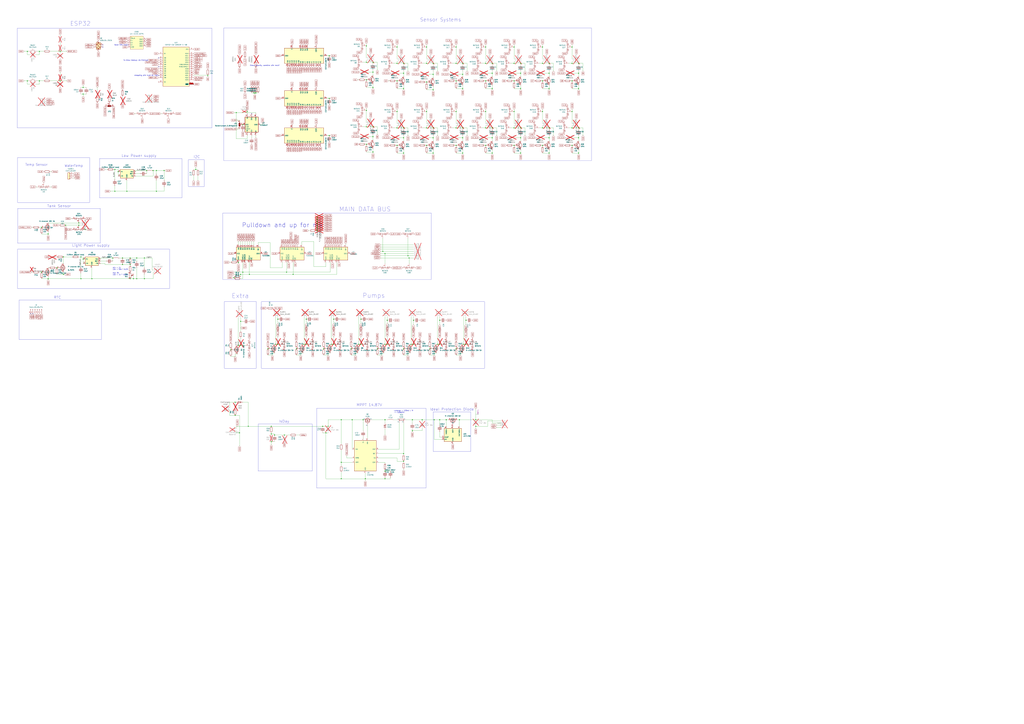
<source format=kicad_sch>
(kicad_sch
	(version 20231120)
	(generator "eeschema")
	(generator_version "8.0")
	(uuid "c26e8d55-0b6e-4c4e-b7c8-b1fed973201c")
	(paper "A0")
	(title_block
		(title "Plant Controller")
		(date "2020-12-21")
		(rev "0.4a")
		(company "C3MA")
	)
	
	(junction
		(at 278.13 502.92)
		(diameter 0)
		(color 0 0 0 0)
		(uuid "006314ff-9060-4674-a7fc-dac02fc6a66c")
	)
	(junction
		(at 314.96 504.19)
		(diameter 0)
		(color 0 0 0 0)
		(uuid "01041127-725b-4ce5-8f58-38fb3fd24a79")
	)
	(junction
		(at 571.5 102.87)
		(diameter 0)
		(color 0 0 0 0)
		(uuid "026b3c24-c4bc-4ca0-82cb-9b3a3781338b")
	)
	(junction
		(at 190.5 198.12)
		(diameter 0)
		(color 0 0 0 0)
		(uuid "044b370d-4a42-4fab-a8a0-78f235931201")
	)
	(junction
		(at 502.92 104.14)
		(diameter 0)
		(color 0 0 0 0)
		(uuid "05921202-6f3d-47e7-afc8-54cf16183806")
	)
	(junction
		(at 424.18 556.26)
		(diameter 0)
		(color 0 0 0 0)
		(uuid "064498dc-e504-4f86-9f3f-c7515e3a87b5")
	)
	(junction
		(at 637.54 177.8)
		(diameter 0)
		(color 0 0 0 0)
		(uuid "067aeb1c-cd17-40a2-9804-d78ecf21918c")
	)
	(junction
		(at 93.98 298.45)
		(diameter 0)
		(color 0 0 0 0)
		(uuid "06d8b90d-baa0-4504-baff-642acafdb6f4")
	)
	(junction
		(at 320.04 400.05)
		(diameter 0)
		(color 0 0 0 0)
		(uuid "09028f9d-45e1-4366-826a-88a396abe002")
	)
	(junction
		(at 671.83 177.8)
		(diameter 0)
		(color 0 0 0 0)
		(uuid "09e9f518-61d1-4fd0-86ec-2ca41f027627")
	)
	(junction
		(at 449.58 400.05)
		(diameter 0)
		(color 0 0 0 0)
		(uuid "0a372b77-1bd4-4b2a-8539-3c6b9cb168d3")
	)
	(junction
		(at 495.3 54.61)
		(diameter 0)
		(color 0 0 0 0)
		(uuid "0b9bd1bd-5d87-4203-ac6d-25f132a9d650")
	)
	(junction
		(at 664.21 168.91)
		(diameter 0)
		(color 0 0 0 0)
		(uuid "0bf93224-513b-43b0-b34e-b83cf88ace50")
	)
	(junction
		(at 287.02 129.54)
		(diameter 0)
		(color 0 0 0 0)
		(uuid "0c1a2e2b-69cb-4ba8-9ed6-a21b6fe1cbe7")
	)
	(junction
		(at 31.75 59.69)
		(diameter 0)
		(color 0 0 0 0)
		(uuid "0c801748-df91-4145-83f3-9b19cb585cd0")
	)
	(junction
		(at 433.07 72.39)
		(diameter 0)
		(color 0 0 0 0)
		(uuid "0ebeefe8-2447-4c3c-80b1-d0d61f1efb48")
	)
	(junction
		(at 93.98 323.85)
		(diameter 0)
		(color 0 0 0 0)
		(uuid "0eea3930-0275-4c9f-97c6-e4491faf7ffd")
	)
	(junction
		(at 537.21 73.66)
		(diameter 0)
		(color 0 0 0 0)
		(uuid "0f7c9f5b-15c0-4d15-9880-73614b9dc27c")
	)
	(junction
		(at 289.56 318.77)
		(diameter 0)
		(color 0 0 0 0)
		(uuid "100d0f8b-2f86-49dd-861e-b2d9c9a4a2d9")
	)
	(junction
		(at 478.79 500.38)
		(diameter 0)
		(color 0 0 0 0)
		(uuid "136b5f16-d5fe-4c8a-8508-0e9ad86f8f43")
	)
	(junction
		(at 447.04 294.64)
		(diameter 0)
		(color 0 0 0 0)
		(uuid "14b6b14d-4e33-4c9c-a6d4-2829760e6cc4")
	)
	(junction
		(at 490.22 487.68)
		(diameter 0)
		(color 0 0 0 0)
		(uuid "15c019f7-a03b-47ae-a51c-abc73c51bd40")
	)
	(junction
		(at 563.88 54.61)
		(diameter 0)
		(color 0 0 0 0)
		(uuid "1b762162-080c-4e36-b68b-d3bd15571f83")
	)
	(junction
		(at 273.05 467.36)
		(diameter 0)
		(color 0 0 0 0)
		(uuid "1de64cec-e748-4c12-b5b5-b7d914424890")
	)
	(junction
		(at 368.3 265.43)
		(diameter 0)
		(color 0 0 0 0)
		(uuid "1e71c6eb-62eb-41d4-bfde-df1e7aa7c319")
	)
	(junction
		(at 468.63 85.09)
		(diameter 0)
		(color 0 0 0 0)
		(uuid "1f4e3c83-7f84-4013-8458-3254f2649743")
	)
	(junction
		(at 276.86 401.32)
		(diameter 0)
		(color 0 0 0 0)
		(uuid "2124662e-0101-4907-a279-d22f77f179e9")
	)
	(junction
		(at 419.1 370.84)
		(diameter 0)
		(color 0 0 0 0)
		(uuid "2125b107-250d-44b9-ae2a-63555b15b96b")
	)
	(junction
		(at 271.78 322.58)
		(diameter 0)
		(color 0 0 0 0)
		(uuid "21c9489c-b7e7-411e-8242-06cb982ccdfb")
	)
	(junction
		(at 273.05 482.6)
		(diameter 0)
		(color 0 0 0 0)
		(uuid "2235abed-6314-47fb-bd0d-6abfcbf38d24")
	)
	(junction
		(at 541.02 400.05)
		(diameter 0)
		(color 0 0 0 0)
		(uuid "225164a2-0641-4a42-83a1-eb3ceb752f37")
	)
	(junction
		(at 387.35 370.84)
		(diameter 0)
		(color 0 0 0 0)
		(uuid "22b03adb-32c5-4612-9736-645d72daaf12")
	)
	(junction
		(at 510.54 487.68)
		(diameter 0)
		(color 0 0 0 0)
		(uuid "243935e2-4f6a-429d-bbc1-4327fafdf466")
	)
	(junction
		(at 368.3 262.89)
		(diameter 0)
		(color 0 0 0 0)
		(uuid "252d4a75-2db7-460c-aaed-b4520213017f")
	)
	(junction
		(at 425.45 92.71)
		(diameter 0)
		(color 0 0 0 0)
		(uuid "25d1ef73-18e6-4b45-b6a0-d161dc281a1c")
	)
	(junction
		(at 158.75 299.72)
		(diameter 0)
		(color 0 0 0 0)
		(uuid "27bdfd08-9fa2-4018-8386-f5f9458ea23f")
	)
	(junction
		(at 407.67 405.13)
		(diameter 0)
		(color 0 0 0 0)
		(uuid "288439ce-4d40-4524-9a56-c937c30e7f5c")
	)
	(junction
		(at 96.52 300.99)
		(diameter 0)
		(color 0 0 0 0)
		(uuid "2977a76b-3c36-4356-9c23-ef25b0e79774")
	)
	(junction
		(at 480.06 400.05)
		(diameter 0)
		(color 0 0 0 0)
		(uuid "2affe026-8dd0-4fb0-90f9-21a8fa9a4bdc")
	)
	(junction
		(at 461.01 148.59)
		(diameter 0)
		(color 0 0 0 0)
		(uuid "30055c98-462c-4777-a626-cf867239e38d")
	)
	(junction
		(at 55.88 323.85)
		(diameter 0)
		(color 0 0 0 0)
		(uuid "30c447cc-ce18-498c-a30a-de1223bde459")
	)
	(junction
		(at 671.83 148.59)
		(diameter 0)
		(color 0 0 0 0)
		(uuid "31a2a121-855b-4cf9-8440-5bbee3de3f05")
	)
	(junction
		(at 433.07 83.82)
		(diameter 0)
		(color 0 0 0 0)
		(uuid "31ba5875-8927-4bfd-a4f8-3adf246769c4")
	)
	(junction
		(at 596.9 93.98)
		(diameter 0)
		(color 0 0 0 0)
		(uuid "32072a9c-d2dd-4fe3-9085-b2b6c66fab96")
	)
	(junction
		(at 66.04 311.15)
		(diameter 0)
		(color 0 0 0 0)
		(uuid "33109daa-b629-475e-bf83-217328126604")
	)
	(junction
		(at 281.94 144.78)
		(diameter 0)
		(color 0 0 0 0)
		(uuid "348bf06b-daf7-4d97-b82c-b8a5bbf3d06b")
	)
	(junction
		(at 322.58 400.05)
		(diameter 0)
		(color 0 0 0 0)
		(uuid "34e846f7-9dcf-4f40-8420-68c319584cee")
	)
	(junction
		(at 433.07 158.75)
		(diameter 0)
		(color 0 0 0 0)
		(uuid "37a79285-75dc-47b1-85e2-e9c3d074f7c7")
	)
	(junction
		(at 381 495.3)
		(diameter 0)
		(color 0 0 0 0)
		(uuid "394a6417-c4c4-43a0-ad22-7a964e628e7d")
	)
	(junction
		(at 571.5 73.66)
		(diameter 0)
		(color 0 0 0 0)
		(uuid "3cc3bd38-c946-4c29-a625-e712e268d838")
	)
	(junction
		(at 314.96 513.08)
		(diameter 0)
		(color 0 0 0 0)
		(uuid "3d8fb177-4b5a-4526-95fd-c4109587c044")
	)
	(junction
		(at 274.32 130.81)
		(diameter 0)
		(color 0 0 0 0)
		(uuid "3e916cc3-c4bb-4a04-9995-635a73841757")
	)
	(junction
		(at 537.21 86.36)
		(diameter 0)
		(color 0 0 0 0)
		(uuid "4120f630-88f8-4958-99c5-be8a6b4772f2")
	)
	(junction
		(at 461.01 93.98)
		(diameter 0)
		(color 0 0 0 0)
		(uuid "4126858c-c206-4bef-b39b-428bcec4deec")
	)
	(junction
		(at 508 400.05)
		(diameter 0)
		(color 0 0 0 0)
		(uuid "415b2ab4-f4dd-4fee-870b-9ba95dac6a8b")
	)
	(junction
		(at 571.5 148.59)
		(diameter 0)
		(color 0 0 0 0)
		(uuid "4406cfee-0ff2-44ef-a1ef-e6149581217c")
	)
	(junction
		(at 69.85 59.69)
		(diameter 0)
		(color 0 0 0 0)
		(uuid "44bf766d-2222-4637-ada1-6cbff94abbf8")
	)
	(junction
		(at 151.13 323.85)
		(diameter 0)
		(color 0 0 0 0)
		(uuid "44cd3143-c150-4d17-bd07-6ba56767d7c5")
	)
	(junction
		(at 495.3 168.91)
		(diameter 0)
		(color 0 0 0 0)
		(uuid "4593d6e5-bc8e-48f0-9775-93846c33113e")
	)
	(junction
		(at 552.45 487.68)
		(diameter 0)
		(color 0 0 0 0)
		(uuid "464f670a-23da-4072-9135-c7f8cde45344")
	)
	(junction
		(at 353.06 400.05)
		(diameter 0)
		(color 0 0 0 0)
		(uuid "477944b3-0f91-44bb-99ca-1f00b91186f2")
	)
	(junction
		(at 637.54 85.09)
		(diameter 0)
		(color 0 0 0 0)
		(uuid "48fa581b-e31c-40cd-be78-2d3ece0a1d84")
	)
	(junction
		(at 461.01 54.61)
		(diameter 0)
		(color 0 0 0 0)
		(uuid "499fccfc-5e44-4fef-9ee9-4d1fdf9faa8f")
	)
	(junction
		(at 495.3 148.59)
		(diameter 0)
		(color 0 0 0 0)
		(uuid "4bdd9a73-35ba-455b-971d-29ad86479519")
	)
	(junction
		(at 344.17 405.13)
		(diameter 0)
		(color 0 0 0 0)
		(uuid "4c43d807-6025-4458-873e-b0e60bc37c3c")
	)
	(junction
		(at 664.21 54.61)
		(diameter 0)
		(color 0 0 0 0)
		(uuid "4f51b0d3-b93c-48c1-8f94-d8097a17151c")
	)
	(junction
		(at 142.24 299.72)
		(diameter 0)
		(color 0 0 0 0)
		(uuid "4fc5b79a-48b8-4875-b2fa-ce2c0b207ed6")
	)
	(junction
		(at 433.07 176.53)
		(diameter 0)
		(color 0 0 0 0)
		(uuid "5087ffa7-63f2-46a1-b798-fd54a43209da")
	)
	(junction
		(at 419.1 400.05)
		(diameter 0)
		(color 0 0 0 0)
		(uuid "547e0024-8ca5-4fd9-9ed0-6e6fa4efe2d1")
	)
	(junction
		(at 433.07 101.6)
		(diameter 0)
		(color 0 0 0 0)
		(uuid "548c700b-f320-487b-b1e6-213ddcf734d3")
	)
	(junction
		(at 276.86 304.8)
		(diameter 0)
		(color 0 0 0 0)
		(uuid "54c228c6-a419-4461-b51c-f4689ab11c16")
	)
	(junction
		(at 480.06 372.11)
		(diameter 0)
		(color 0 0 0 0)
		(uuid "54f14d31-ee75-4d90-bbd6-d53b9269dae6")
	)
	(junction
		(at 596.9 168.91)
		(diameter 0)
		(color 0 0 0 0)
		(uuid "553fd55b-c9b0-4d42-8fea-fe608c6b3e8f")
	)
	(junction
		(at 504.19 487.68)
		(diameter 0)
		(color 0 0 0 0)
		(uuid "55707df8-1ce8-4b01-b189-1ba64f13e6d9")
	)
	(junction
		(at 447.04 487.68)
		(diameter 0)
		(color 0 0 0 0)
		(uuid "557c9344-c4f5-407c-87a3-c05772708fc7")
	)
	(junction
		(at 425.45 128.27)
		(diameter 0)
		(color 0 0 0 0)
		(uuid "56ab9f7a-a80d-45b5-9f13-38a6ae5e5a2f")
	)
	(junction
		(at 227.33 196.85)
		(diameter 0)
		(color 0 0 0 0)
		(uuid "59cefdea-f0fc-4a2c-8ab5-1fb284bbff64")
	)
	(junction
		(at 48.26 264.16)
		(diameter 0)
		(color 0 0 0 0)
		(uuid "5a159a05-57fa-411f-9de3-7f0e035fb745")
	)
	(junction
		(at 154.94 323.85)
		(diameter 0)
		(color 0 0 0 0)
		(uuid "5a782664-d096-4b9f-8da4-e576a5adbff8")
	)
	(junction
		(at 468.63 527.05)
		(diameter 0)
		(color 0 0 0 0)
		(uuid "5aef8b40-8452-4805-a5e4-da8d93469853")
	)
	(junction
		(at 604.52 85.09)
		(diameter 0)
		(color 0 0 0 0)
		(uuid "5db28c81-ecda-48cf-9cf5-82a4652c2d72")
	)
	(junction
		(at 596.9 73.66)
		(diameter 0)
		(color 0 0 0 0)
		(uuid "5de7b025-2047-4e98-ad34-d25039409f9e")
	)
	(junction
		(at 311.15 405.13)
		(diameter 0)
		(color 0 0 0 0)
		(uuid "5df117be-4263-48e0-a710-5721bdeecfb9")
	)
	(junction
		(at 382.27 157.48)
		(diameter 0)
		(color 0 0 0 0)
		(uuid "5e7a5161-1647-47d6-9e0b-ff9ce9e31b86")
	)
	(junction
		(at 495.3 95.25)
		(diameter 0)
		(color 0 0 0 0)
		(uuid "5ebba679-b1e7-40e7-a21c-eaac87c82160")
	)
	(junction
		(at 433.07 147.32)
		(diameter 0)
		(color 0 0 0 0)
		(uuid "5ee86e6c-9861-45ff-aaf3-b0ce155250f5")
	)
	(junction
		(at 533.4 487.68)
		(diameter 0)
		(color 0 0 0 0)
		(uuid "60684402-d96a-439d-a47a-f1940a639b1b")
	)
	(junction
		(at 637.54 73.66)
		(diameter 0)
		(color 0 0 0 0)
		(uuid "6283297a-b875-4df2-a42b-317a52403718")
	)
	(junction
		(at 133.35 222.25)
		(diameter 0)
		(color 0 0 0 0)
		(uuid "62e83d49-6450-4f8e-9161-9823cbd9fa8a")
	)
	(junction
		(at 396.24 556.26)
		(diameter 0)
		(color 0 0 0 0)
		(uuid "62e8e510-5776-41a5-b7ef-659764595cf0")
	)
	(junction
		(at 629.92 54.61)
		(diameter 0)
		(color 0 0 0 0)
		(uuid "639a9374-4baa-414a-a5c4-7e13d2852c2e")
	)
	(junction
		(at 468.63 102.87)
		(diameter 0)
		(color 0 0 0 0)
		(uuid "650b02e4-fb4a-4097-88f3-57b476d8f112")
	)
	(junction
		(at 529.59 54.61)
		(diameter 0)
		(color 0 0 0 0)
		(uuid "66f71efe-5a3b-4842-81ad-702f6a9183fb")
	)
	(junction
		(at 332.74 316.23)
		(diameter 0)
		(color 0 0 0 0)
		(uuid "68f4d8af-c27e-4056-a2a9-dbd2514de570")
	)
	(junction
		(at 664.21 93.98)
		(diameter 0)
		(color 0 0 0 0)
		(uuid "690f2dc5-5473-4546-a0f5-1e3f20786db0")
	)
	(junction
		(at 478.79 487.68)
		(diameter 0)
		(color 0 0 0 0)
		(uuid "697147b1-0224-4f54-a454-fb14851852a2")
	)
	(junction
		(at 502.92 73.66)
		(diameter 0)
		(color 0 0 0 0)
		(uuid "6b072436-9cc5-44f0-8cab-e5273772d205")
	)
	(junction
		(at 518.16 487.68)
		(diameter 0)
		(color 0 0 0 0)
		(uuid "6b9d9747-b3ff-43d2-8486-466834aa4452")
	)
	(junction
		(at 447.04 547.37)
		(diameter 0)
		(color 0 0 0 0)
		(uuid "6bee4d3f-40c6-4254-8d07-1c0c6ec2a6f4")
	)
	(junction
		(at 449.58 372.11)
		(diameter 0)
		(color 0 0 0 0)
		(uuid "6c849387-b46a-4c70-adb8-4a7816d1702c")
	)
	(junction
		(at 130.81 299.72)
		(diameter 0)
		(color 0 0 0 0)
		(uuid "6e8888f6-ec84-4dea-a75b-c49e51edec1e")
	)
	(junction
		(at 571.5 177.8)
		(diameter 0)
		(color 0 0 0 0)
		(uuid "6ee7607b-1843-4037-994f-9b421f85c34b")
	)
	(junction
		(at 596.9 148.59)
		(diameter 0)
		(color 0 0 0 0)
		(uuid "708152d4-5c67-4c3c-967a-78dd154354ad")
	)
	(junction
		(at 529.59 93.98)
		(diameter 0)
		(color 0 0 0 0)
		(uuid "718782ac-57c8-435b-9457-ce995955847d")
	)
	(junction
		(at 368.3 257.81)
		(diameter 0)
		(color 0 0 0 0)
		(uuid "7357611e-6eb5-4b44-a3c1-ee563f8ae0ea")
	)
	(junction
		(at 447.04 400.05)
		(diameter 0)
		(color 0 0 0 0)
		(uuid "74872d2f-df92-44ce-a737-7d0693ac46a3")
	)
	(junction
		(at 288.29 495.3)
		(diameter 0)
		(color 0 0 0 0)
		(uuid "74d5e0e4-cd91-4e01-8980-afaf347113fd")
	)
	(junction
		(at 91.44 259.08)
		(diameter 0)
		(color 0 0 0 0)
		(uuid "750169c9-8dda-4196-8b70-7629a1386317")
	)
	(junction
		(at 421.64 487.68)
		(diameter 0)
		(color 0 0 0 0)
		(uuid "792fa4db-0ff6-47c2-b282-e4d8f6701888")
	)
	(junction
		(at 637.54 102.87)
		(diameter 0)
		(color 0 0 0 0)
		(uuid "79ec289a-2f85-4055-9210-f7916fbc3d1f")
	)
	(junction
		(at 596.9 54.61)
		(diameter 0)
		(color 0 0 0 0)
		(uuid "7a5115d1-34f1-4afd-aab6-8c3f89df22ba")
	)
	(junction
		(at 671.83 160.02)
		(diameter 0)
		(color 0 0 0 0)
		(uuid "7e319f56-b85a-4463-b8f9-7ad8f5763ea8")
	)
	(junction
		(at 147.32 222.25)
		(diameter 0)
		(color 0 0 0 0)
		(uuid "7ea02348-2ae2-4ac7-a02a-9029063eb3d7")
	)
	(junction
		(at 637.54 160.02)
		(diameter 0)
		(color 0 0 0 0)
		(uuid "7eac8976-1652-4c0a-a76d-0530fe3ae3ae")
	)
	(junction
		(at 461.01 129.54)
		(diameter 0)
		(color 0 0 0 0)
		(uuid "7f0237e1-1d71-4027-86cb-d7488d6dce27")
	)
	(junction
		(at 281.94 316.23)
		(diameter 0)
		(color 0 0 0 0)
		(uuid "805ba7db-9e85-428e-9f5b-9063e8278c60")
	)
	(junction
		(at 468.63 405.13)
		(diameter 0)
		(color 0 0 0 0)
		(uuid "80f5b8a1-cdbe-4850-a609-339b8c898669")
	)
	(junction
		(at 473.71 297.18)
		(diameter 0)
		(color 0 0 0 0)
		(uuid "819a85d3-cd43-455c-8023-715c1f29dcd2")
	)
	(junction
		(at 502.92 160.02)
		(diameter 0)
		(color 0 0 0 0)
		(uuid "8239b883-7ac0-49ae-91b3-07b3826c7fe2")
	)
	(junction
		(at 73.66 298.45)
		(diameter 0)
		(color 0 0 0 0)
		(uuid "82572895-6594-489b-b5dd-a8b4d09bcb09")
	)
	(junction
		(at 177.8 198.12)
		(diameter 0)
		(color 0 0 0 0)
		(uuid "843e9870-799e-444a-a4e6-716ced5cbe43")
	)
	(junction
		(at 637.54 148.59)
		(diameter 0)
		(color 0 0 0 0)
		(uuid "89062818-c01b-4c5a-a12c-1e35d52780ff")
	)
	(junction
		(at 425.45 53.34)
		(diameter 0)
		(color 0 0 0 0)
		(uuid "89c9668d-eb10-4371-9427-2b0654758741")
	)
	(junction
		(at 563.88 93.98)
		(diameter 0)
		(color 0 0 0 0)
		(uuid "8bd86f79-7f9c-4c30-9dd8-981806e53813")
	)
	(junction
		(at 671.83 102.87)
		(diameter 0)
		(color 0 0 0 0)
		(uuid "8db1d203-e627-40a1-9aa1-eb87a34a27ca")
	)
	(junction
		(at 76.2 261.62)
		(diameter 0)
		(color 0 0 0 0)
		(uuid "8dbf3f53-4dbe-4577-8253-5d3d05e20a7d")
	)
	(junction
		(at 375.92 405.13)
		(diameter 0)
		(color 0 0 0 0)
		(uuid "8ddc18df-7f6d-40fe-971f-5b7ea913cac2")
	)
	(junction
		(at 495.3 73.66)
		(diameter 0)
		(color 0 0 0 0)
		(uuid "91f51afc-74e9-4689-bf90-5b054783b568")
	)
	(junction
		(at 137.16 199.39)
		(diameter 0)
		(color 0 0 0 0)
		(uuid "9330ab14-2e88-49fc-b8ec-647acef19c05")
	)
	(junction
		(at 425.45 147.32)
		(diameter 0)
		(color 0 0 0 0)
		(uuid "93f019f6-1cb2-47ce-ad4a-b71afdbed778")
	)
	(junction
		(at 529.59 129.54)
		(diameter 0)
		(color 0 0 0 0)
		(uuid "943b67a7-896a-4d51-b5a7-cd6889520825")
	)
	(junction
		(at 571.5 160.02)
		(diameter 0)
		(color 0 0 0 0)
		(uuid "944582dc-9ad6-4270-b98c-6b7423b11410")
	)
	(junction
		(at 537.21 148.59)
		(diameter 0)
		(color 0 0 0 0)
		(uuid "957e10ff-76bd-489f-b9fe-ab1fdb884450")
	)
	(junction
		(at 368.3 255.27)
		(diameter 0)
		(color 0 0 0 0)
		(uuid "95e16490-1476-42b0-b339-2eae951bab1c")
	)
	(junction
		(at 151.13 307.34)
		(diameter 0)
		(color 0 0 0 0)
		(uuid "96f15460-13f3-4312-89f8-b71934eaedb8")
	)
	(junction
		(at 671.83 73.66)
		(diameter 0)
		(color 0 0 0 0)
		(uuid "974cb32f-b17f-415b-a3ed-4c573300644d")
	)
	(junction
		(at 106.68 323.85)
		(diameter 0)
		(color 0 0 0 0)
		(uuid "977868cb-abe1-483f-8f43-5a8a20726067")
	)
	(junction
		(at 563.88 168.91)
		(diameter 0)
		(color 0 0 0 0)
		(uuid "979d0b85-f2dc-43e5-91a2-e7e9a479ccd3")
	)
	(junction
		(at 382.27 64.77)
		(diameter 0)
		(color 0 0 0 0)
		(uuid "99de8f7d-0bac-4189-8a58-7eb488261416")
	)
	(junction
		(at 552.45 495.3)
		(diameter 0)
		(color 0 0 0 0)
		(uuid "9a8358d1-ea0c-4e4d-bd7f-459dfdba752f")
	)
	(junction
		(at 571.5 85.09)
		(diameter 0)
		(color 0 0 0 0)
		(uuid "9b65336d-5277-4cda-9817-8d963731baca")
	)
	(junction
		(at 241.3 87.63)
		(diameter 0)
		(color 0 0 0 0)
		(uuid "9d32f91d-40f9-42f9-b044-70d19854227e")
	)
	(junction
		(at 510.54 372.11)
		(diameter 0)
		(color 0 0 0 0)
		(uuid "a1d7e5c8-d217-457c-b56c-ecad97fd4c0e")
	)
	(junction
		(at 538.48 400.05)
		(diameter 0)
		(color 0 0 0 0)
		(uuid "a29c0663-342d-4535-aac0-b31dad8318cf")
	)
	(junction
		(at 45.72 59.69)
		(diameter 0)
		(color 0 0 0 0)
		(uuid "a3104c80-278d-416a-b409-fd08d784c6c7")
	)
	(junction
		(at 563.88 73.66)
		(diameter 0)
		(color 0 0 0 0)
		(uuid "a4f2e3e9-2f62-4ed2-91cb-96ac4bea021e")
	)
	(junction
		(at 355.6 400.05)
		(diameter 0)
		(color 0 0 0 0)
		(uuid "a685894a-983c-450f-b9c3-4d7e6d929974")
	)
	(junction
		(at 425.45 167.64)
		(diameter 0)
		(color 0 0 0 0)
		(uuid "a692c08c-551f-44a7-adb6-606c3bb62932")
	)
	(junction
		(at 167.64 323.85)
		(diameter 0)
		(color 0 0 0 0)
		(uuid "a70da482-a861-4e2f-9d2b-6183a6f0f87e")
	)
	(junction
		(at 629.92 129.54)
		(diameter 0)
		(color 0 0 0 0)
		(uuid "a77abfe7-e262-4002-9648-a4dca1c184b1")
	)
	(junction
		(at 495.3 129.54)
		(diameter 0)
		(color 0 0 0 0)
		(uuid "a7ead05e-fd26-4f6a-98b1-c130e29a0605")
	)
	(junction
		(at 468.63 535.94)
		(diameter 0)
		(color 0 0 0 0)
		(uuid "a8c1d291-f95c-499f-a8f0-8d347b07d19e")
	)
	(junction
		(at 408.94 487.68)
		(diameter 0)
		(color 0 0 0 0)
		(uuid "a90e40e7-9f3e-4a7e-bc30-d292bc1ab9ed")
	)
	(junction
		(at 396.24 487.68)
		(diameter 0)
		(color 0 0 0 0)
		(uuid "a918e227-4862-4ef1-b1b4-1ecbab47421d")
	)
	(junction
		(at 529.59 168.91)
		(diameter 0)
		(color 0 0 0 0)
		(uuid "a97fc95b-6246-49f0-b0cf-bf3aa6f54de2")
	)
	(junction
		(at 99.06 266.7)
		(diameter 0)
		(color 0 0 0 0)
		(uuid "a99f2dd3-1db5-4646-bd5d-42af73cee85a")
	)
	(junction
		(at 378.46 502.92)
		(diameter 0)
		(color 0 0 0 0)
		(uuid "aa0d7669-67ff-4603-888b-7d15a03d73a6")
	)
	(junction
		(at 151.13 299.72)
		(diameter 0)
		(color 0 0 0 0)
		(uuid "aa659c87-6d9f-4a94-913b-ec00337baaa9")
	)
	(junction
		(at 537.21 160.02)
		(diameter 0)
		(color 0 0 0 0)
		(uuid "aa7470b0-25fe-426c-8e11-da1c1d924805")
	)
	(junction
		(at 142.24 307.34)
		(diameter 0)
		(color 0 0 0 0)
		(uuid "ab83cc7b-a4bb-42ce-806a-ad57b1f1f16f")
	)
	(junction
		(at 318.77 505.46)
		(diameter 0)
		(color 0 0 0 0)
		(uuid "ac18742b-0669-4417-bf96-99d1ab0ff75f")
	)
	(junction
		(at 529.59 405.13)
		(diameter 0)
		(color 0 0 0 0)
		(uuid "ac6041ae-1077-46a6-b33a-6e568b0f7d89")
	)
	(junction
		(at 297.18 107.95)
		(diameter 0)
		(color 0 0 0 0)
		(uuid "ad6aca5a-aa99-4b42-a3e4-f6f27dae664e")
	)
	(junction
		(at 355.6 370.84)
		(diameter 0)
		(color 0 0 0 0)
		(uuid "ae161ff6-e303-4db5-b037-b1f45682a4bb")
	)
	(junction
		(at 604.52 73.66)
		(diameter 0)
		(color 0 0 0 0)
		(uuid "af24c530-bace-4098-b28e-8213bb1a8743")
	)
	(junction
		(at 295.91 107.95)
		(diameter 0)
		(color 0 0 0 0)
		(uuid "af4549b6-4e25-4c36-b4d9-5cfa50547ca1")
	)
	(junction
		(at 382.27 114.3)
		(diameter 0)
		(color 0 0 0 0)
		(uuid "b5f987b1-82e9-4d50-afd8-20682cecf96f")
	)
	(junction
		(at 468.63 177.8)
		(diameter 0)
		(color 0 0 0 0)
		(uuid "b88c6033-15ac-4b13-83da-7bbe1c1195dd")
	)
	(junction
		(at 502.92 177.8)
		(diameter 0)
		(color 0 0 0 0)
		(uuid "bb2d97e8-7888-40b3-ad5f-0b2ed971ec7b")
	)
	(junction
		(at 73.66 318.77)
		(diameter 0)
		(color 0 0 0 0)
		(uuid "c1341956-3e76-4b89-ab41-469a1db0015c")
	)
	(junction
		(at 510.54 400.05)
		(diameter 0)
		(color 0 0 0 0)
		(uuid "c1611925-d0ac-42a4-83ae-6844b1cb71e3")
	)
	(junction
		(at 461.01 73.66)
		(diameter 0)
		(color 0 0 0 0)
		(uuid "c1f12c77-fc36-4c4e-9402-b971f8787376")
	)
	(junction
		(at 91.44 261.62)
		(diameter 0)
		(color 0 0 0 0)
		(uuid "c2c812ed-41b4-4200-984f-e76eae1d14de")
	)
	(junction
		(at 45.72 93.98)
		(diameter 0)
		(color 0 0 0 0)
		(uuid "c39add44-ba76-41fb-8f18-28fa0366e282")
	)
	(junction
		(at 314.96 495.3)
		(diameter 0)
		(color 0 0 0 0)
		(uuid "c658b47a-3e79-4147-ac21-89a17ecf409a")
	)
	(junction
		(at 322.58 370.84)
		(diameter 0)
		(color 0 0 0 0)
		(uuid "c6d07995-bb57-4c01-9d40-c8c408016a09")
	)
	(junction
		(at 468.63 73.66)
		(diameter 0)
		(color 0 0 0 0)
		(uuid "c9bcc4dd-2e45-4814-917d-222bf96092ff")
	)
	(junction
		(at 181.61 222.25)
		(diameter 0)
		(color 0 0 0 0)
		(uuid "cac620f5-0af6-41f8-9844-d9f07ee0c129")
	)
	(junction
		(at 396.24 537.21)
		(diameter 0)
		(color 0 0 0 0)
		(uuid "caf08951-498e-42d7-836c-4ada133aecad")
	)
	(junction
		(at 279.4 373.38)
		(diameter 0)
		(color 0 0 0 0)
		(uuid "cbfbbc2e-484a-4954-8dc2-c7386c5d1301")
	)
	(junction
		(at 529.59 73.66)
		(diameter 0)
		(color 0 0 0 0)
		(uuid "cc4db2b3-7a3d-4ef2-b3b0-bc2a5b38938e")
	)
	(junction
		(at 133.35 196.85)
		(diameter 0)
		(color 0 0 0 0)
		(uuid "cc922bc0-96bd-4b17-b53a-b9b1b8fdaebf")
	)
	(junction
		(at 294.64 107.95)
		(diameter 0)
		(color 0 0 0 0)
		(uuid "cd4269e0-1f42-4344-8d26-de82a41ddaff")
	)
	(junction
		(at 629.92 93.98)
		(diameter 0)
		(color 0 0 0 0)
		(uuid "ceefa2d2-00e3-4b3c-a7ad-0e8ac388ebb9")
	)
	(junction
		(at 604.52 177.8)
		(diameter 0)
		(color 0 0 0 0)
		(uuid "d001e9a1-587b-41cc-81aa-c56d8da361ee")
	)
	(junction
		(at 499.11 405.13)
		(diameter 0)
		(color 0 0 0 0)
		(uuid "d0ccfc37-9d2e-4994-b901-fab6c387aa2a")
	)
	(junction
		(at 537.21 177.8)
		(diameter 0)
		(color 0 0 0 0)
		(uuid "d1010438-7a43-4538-9e86-217bd01f8c14")
	)
	(junction
		(at 368.3 267.97)
		(diameter 0)
		(color 0 0 0 0)
		(uuid "d14a960b-df64-4cee-80fc-25c3debc3b63")
	)
	(junction
		(at 158.75 323.85)
		(diameter 0)
		(color 0 0 0 0)
		(uuid "d17c286e-9606-4cb2-902a-10021903ed9a")
	)
	(junction
		(at 671.83 85.09)
		(diameter 0)
		(color 0 0 0 0)
		(uuid "d1d52e82-91ba-48cd-b468-139b1071e8d5")
	)
	(junction
		(at 31.75 93.98)
		(diameter 0)
		(color 0 0 0 0)
		(uuid "d2b0a197-1410-44de-bdc3-e63959ff5b39")
	)
	(junction
		(at 537.21 102.87)
		(diameter 0)
		(color 0 0 0 0)
		(uuid "d2b90904-e6cb-4742-881e-0fd35570115c")
	)
	(junction
		(at 368.3 252.73)
		(diameter 0)
		(color 0 0 0 0)
		(uuid "d48d5ecb-021c-46d1-b6e1-8cccf5ad30d1")
	)
	(junction
		(at 55.88 271.78)
		(diameter 0)
		(color 0 0 0 0)
		(uuid "d6db9766-b81b-4a66-bc0a-843f0aeb559b")
	)
	(junction
		(at 541.02 372.11)
		(diameter 0)
		(color 0 0 0 0)
		(uuid "d776c8dc-ee54-41b4-8224-e7ddbf0679dc")
	)
	(junction
		(at 438.15 405.13)
		(diameter 0)
		(color 0 0 0 0)
		(uuid "db8fa153-556e-4fc4-a8b6-63a7062d08ed")
	)
	(junction
		(at 425.45 72.39)
		(diameter 0)
		(color 0 0 0 0)
		(uuid "dc8c6e94-1eff-45c1-b92e-b1caf2f34015")
	)
	(junction
		(at 181.61 198.12)
		(diameter 0)
		(color 0 0 0 0)
		(uuid "dd5d2f91-6f31-4419-a01a-1ac3389098ab")
	)
	(junction
		(at 374.65 495.3)
		(diameter 0)
		(color 0 0 0 0)
		(uuid "dda3d65b-6f54-4ee4-b1a0-dc35f1b01992")
	)
	(junction
		(at 170.18 198.12)
		(diameter 0)
		(color 0 0 0 0)
		(uuid "de92b6a6-7a53-41cb-a051-66e1e7d1d440")
	)
	(junction
		(at 368.3 260.35)
		(diameter 0)
		(color 0 0 0 0)
		(uuid "dfafa1ec-5cf4-4609-89b7-e43a37c90c17")
	)
	(junction
		(at 529.59 148.59)
		(diameter 0)
		(color 0 0 0 0)
		(uuid "e018a52d-1f7f-43d2-9757-f2f7c2a0a9c0")
	)
	(junction
		(at 604.52 148.59)
		(diameter 0)
		(color 0 0 0 0)
		(uuid "e0334824-28a0-4a4e-ab6d-b2e5a2ed4e19")
	)
	(junction
		(at 604.52 160.02)
		(diameter 0)
		(color 0 0 0 0)
		(uuid "e03df205-b0f8-4eb0-94ac-6d108b56efdd")
	)
	(junction
		(at 330.2 505.46)
		(diameter 0)
		(color 0 0 0 0)
		(uuid "e2f6e31f-b2af-4b71-9817-61b154679a81")
	)
	(junction
		(at 664.21 73.66)
		(diameter 0)
		(color 0 0 0 0)
		(uuid "e3a79e63-e583-47fd-8a7e-9e2f377a96f0")
	)
	(junction
		(at 267.97 406.4)
		(diameter 0)
		(color 0 0 0 0)
		(uuid "e3bac401-521f-443a-951f-18f502070861")
	)
	(junction
		(at 340.36 318.77)
		(diameter 0)
		(color 0 0 0 0)
		(uuid "e464f851-f7e1-4e95-b3ff-5a5e1e06a88d")
	)
	(junction
		(at 167.64 299.72)
		(diameter 0)
		(color 0 0 0 0)
		(uuid "e48746df-7668-499a-98dc-b9ffcda2bccd")
	)
	(junction
		(at 48.26 316.23)
		(diameter 0)
		(color 0 0 0 0)
		(uuid "e4c2dbc9-3598-4718-afb3-500c7ff75445")
	)
	(junction
		(at 447.04 556.26)
		(diameter 0)
		(color 0 0 0 0)
		(uuid "e5f993bb-4d95-4a9a-b24b-923011bb963a")
	)
	(junction
		(at 387.35 400.05)
		(diameter 0)
		(color 0 0 0 0)
		(uuid "e6344c4b-5e26-4315-8e1d-efd642df3581")
	)
	(junction
		(at 563.88 148.59)
		(diameter 0)
		(color 0 0 0 0)
		(uuid "e76d7a19-9315-45bb-9ea4-e65adba1a7a8")
	)
	(junction
		(at 444.5 292.1)
		(diameter 0)
		(color 0 0 0 0)
		(uuid "e86900c0-86ce-4777-88bb-4f9ecf777fc0")
	)
	(junction
		(at 629.92 168.91)
		(diameter 0)
		(color 0 0 0 0)
		(uuid "e879c254-09e3-4fcf-9f2d-28dd7d9ba433")
	)
	(junction
		(at 468.63 148.59)
		(diameter 0)
		(color 0 0 0 0)
		(uuid "e97dcb44-7b48-4f00-aba6-795f672687ba")
	)
	(junction
		(at 279.4 401.32)
		(diameter 0)
		(color 0 0 0 0)
		(uuid "ea81a12e-80a8-4055-a8fc-17c9562b0042")
	)
	(junction
		(at 279.4 318.77)
		(diameter 0)
		(color 0 0 0 0)
		(uuid "eb134ef6-0e32-46e8-9263-d8797dfe432d")
	)
	(junction
		(at 629.92 73.66)
		(diameter 0)
		(color 0 0 0 0)
		(uuid "ec234dbf-5504-4d77-9942-03edf134f9e0")
	)
	(junction
		(at 96.52 109.22)
		(diameter 0)
		(color 0 0 0 0)
		(uuid "eccbfa59-0c6d-47df-8d18-db1d8a427072")
	)
	(junction
		(at 69.85 93.98)
		(diameter 0)
		(color 0 0 0 0)
		(uuid "ed603a96-a752-490d-9f6b-e11a5c28a267")
	)
	(junction
		(at 629.92 148.59)
		(diameter 0)
		(color 0 0 0 0)
		(uuid "ee1a89d1-031b-4d98-a62d-973c7823ade8")
	)
	(junction
		(at 477.52 400.05)
		(diameter 0)
		(color 0 0 0 0)
		(uuid "ee4ab3a4-59f7-4db1-a482-501b9cb3788f")
	)
	(junction
		(at 474.98 299.72)
		(diameter 0)
		(color 0 0 0 0)
		(uuid "ef25ea8a-6f53-4ead-85fb-dc902e324c3a")
	)
	(junction
		(at 502.92 86.36)
		(diameter 0)
		(color 0 0 0 0)
		(uuid "efdf307e-8d67-430a-8c03-6dab3e4f4f72")
	)
	(junction
		(at 96.52 101.6)
		(diameter 0)
		(color 0 0 0 0)
		(uuid "f1a67806-2122-488a-be9e-3def99cac9b4")
	)
	(junction
		(at 468.63 160.02)
		(diameter 0)
		(color 0 0 0 0)
		(uuid "f3311c3a-ce52-435d-9996-86b7f9c1e897")
	)
	(junction
		(at 384.81 400.05)
		(diameter 0)
		(color 0 0 0 0)
		(uuid "f33c1570-2595-49f1-9ca5-56aecadb8578")
	)
	(junction
		(at 461.01 168.91)
		(diameter 0)
		(color 0 0 0 0)
		(uuid "f46f3c81-f81c-494b-940e-b2a7612a9b00")
	)
	(junction
		(at 502.92 148.59)
		(diameter 0)
		(color 0 0 0 0)
		(uuid "f97a5685-0e9a-42fc-8703-e760793b9fd0")
	)
	(junction
		(at 664.21 148.59)
		(diameter 0)
		(color 0 0 0 0)
		(uuid "fadeb8be-e293-403d-b08e-d4079f1d66c2")
	)
	(junction
		(at 596.9 129.54)
		(diameter 0)
		(color 0 0 0 0)
		(uuid "faf76a27-4651-4082-83d1-9449cc5a0db2")
	)
	(junction
		(at 664.21 129.54)
		(diameter 0)
		(color 0 0 0 0)
		(uuid "fd16341c-1c4c-4bd6-a643-9f711a9c3408")
	)
	(junction
		(at 563.88 129.54)
		(diameter 0)
		(color 0 0 0 0)
		(uuid "fd82d936-40c3-47c3-8f6b-5ed31b17a829")
	)
	(junction
		(at 604.52 102.87)
		(diameter 0)
		(color 0 0 0 0)
		(uuid "fedba8c9-8c3d-4d07-a3e2-646f50f83f6f")
	)
	(junction
		(at 416.56 400.05)
		(diameter 0)
		(color 0 0 0 0)
		(uuid "ff4c02dc-5696-44f6-8008-5806e9acfc7a")
	)
	(no_connect
		(at 38.1 364.49)
		(uuid "133b7027-41a1-4e09-a1e6-24d8bb033b2a")
	)
	(no_connect
		(at 184.15 67.31)
		(uuid "6d645bf1-339f-4b38-a26a-bdd168ca591e")
	)
	(no_connect
		(at 119.38 54.61)
		(uuid "6e3bf7f5-ac34-42e8-8ef5-a375f9ec4670")
	)
	(no_connect
		(at 35.56 364.49)
		(uuid "a8b1637e-8d2e-4941-b9bd-532be9ff9ba7")
	)
	(no_connect
		(at 148.59 52.07)
		(uuid "ccf8b8c4-8dc6-49dd-82ca-0fc4daa36e35")
	)
	(no_connect
		(at 119.38 52.07)
		(uuid "d86b8e60-6beb-4fca-8d73-f997d63653a6")
	)
	(no_connect
		(at 292.1 132.08)
		(uuid "dd3ce984-3983-4f09-82f2-e087fd9c0ec0")
	)
	(no_connect
		(at 184.15 77.47)
		(uuid "f112b500-a680-49d1-8ed2-1da1c4b8baeb")
	)
	(no_connect
		(at 184.15 87.63)
		(uuid "f3c5dacd-33c5-408d-ad7a-be143502967e")
	)
	(wire
		(pts
			(xy 157.48 199.39) (xy 157.48 198.12)
		)
		(stroke
			(width 0)
			(type default)
		)
		(uuid "00544d92-b95c-48ab-bded-20aed4215a84")
	)
	(wire
		(pts
			(xy 468.63 99.06) (xy 468.63 102.87)
		)
		(stroke
			(width 0)
			(type default)
		)
		(uuid "00606928-bac5-4408-a3d7-21407fadee68")
	)
	(wire
		(pts
			(xy 41.91 63.5) (xy 45.72 63.5)
		)
		(stroke
			(width 0)
			(type default)
		)
		(uuid "0177a789-58ee-4342-a75b-6dc9759a0292")
	)
	(wire
		(pts
			(xy 176.53 313.69) (xy 176.53 299.72)
		)
		(stroke
			(width 0)
			(type default)
		)
		(uuid "017ff145-3761-41b1-9921-b6b9c4d34ef1")
	)
	(wire
		(pts
			(xy 438.15 81.28) (xy 438.15 72.39)
		)
		(stroke
			(width 0)
			(type default)
		)
		(uuid "01857332-fc13-4684-bb70-f9eee886c3a0")
	)
	(wire
		(pts
			(xy 510.54 372.11) (xy 510.54 377.19)
		)
		(stroke
			(width 0)
			(type default)
		)
		(uuid "019c3cdc-6669-4649-94f3-4ae853aeb18a")
	)
	(wire
		(pts
			(xy 604.52 173.99) (xy 604.52 177.8)
		)
		(stroke
			(width 0)
			(type default)
		)
		(uuid "01eb084a-fac6-4933-81d9-7496a9d7ebe6")
	)
	(wire
		(pts
			(xy 381 487.68) (xy 381 495.3)
		)
		(stroke
			(width 0)
			(type default)
		)
		(uuid "0209f908-9ab2-4859-bfcd-be82dd453d27")
	)
	(wire
		(pts
			(xy 55.88 259.08) (xy 91.44 259.08)
		)
		(stroke
			(width 0)
			(type default)
		)
		(uuid "02ba64d9-e763-4d47-978e-74978085583f")
	)
	(wire
		(pts
			(xy 314.96 513.08) (xy 314.96 516.89)
		)
		(stroke
			(width 0)
			(type default)
		)
		(uuid "02d9f525-81dc-4358-a721-5c3e828397c8")
	)
	(wire
		(pts
			(xy 381 410.21) (xy 381 412.75)
		)
		(stroke
			(width 0)
			(type default)
		)
		(uuid "0404e42b-a8e3-46d1-bd78-a03d3bf9ef75")
	)
	(wire
		(pts
			(xy 571.5 157.48) (xy 571.5 160.02)
		)
		(stroke
			(width 0)
			(type default)
		)
		(uuid "043cb6ff-a5c8-4fbb-82cf-aefb30c6af7f")
	)
	(wire
		(pts
			(xy 502.92 148.59) (xy 502.92 149.86)
		)
		(stroke
			(width 0)
			(type default)
		)
		(uuid "0476c96d-84c7-40c6-a537-1e276919c966")
	)
	(wire
		(pts
			(xy 322.58 368.3) (xy 322.58 370.84)
		)
		(stroke
			(width 0)
			(type default)
		)
		(uuid "0493a217-294f-4dbb-9ddb-266a136d82bf")
	)
	(wire
		(pts
			(xy 447.04 556.26) (xy 447.04 554.99)
		)
		(stroke
			(width 0)
			(type default)
		)
		(uuid "050384b2-02ed-4f35-bf49-9f2b56872ebf")
	)
	(wire
		(pts
			(xy 266.7 467.36) (xy 273.05 467.36)
		)
		(stroke
			(width 0)
			(type default)
		)
		(uuid "0528c3df-8906-4063-94f0-6f2c8cf50025")
	)
	(wire
		(pts
			(xy 441.96 297.18) (xy 473.71 297.18)
		)
		(stroke
			(width 0)
			(type default)
		)
		(uuid "060df674-6c99-455c-90bc-a6a9efc03924")
	)
	(wire
		(pts
			(xy 537.21 410.21) (xy 534.67 410.21)
		)
		(stroke
			(width 0)
			(type default)
		)
		(uuid "064a38e2-3216-4113-a380-67f38427a639")
	)
	(wire
		(pts
			(xy 408.94 521.97) (xy 408.94 487.68)
		)
		(stroke
			(width 0)
			(type default)
		)
		(uuid "06aab875-7c24-44e0-af16-3ef5b38c789f")
	)
	(wire
		(pts
			(xy 177.8 323.85) (xy 177.8 316.23)
		)
		(stroke
			(width 0)
			(type default)
		)
		(uuid "0707b3d1-d988-44db-8586-ffdfd16b4e1a")
	)
	(wire
		(pts
			(xy 190.5 198.12) (xy 190.5 209.55)
		)
		(stroke
			(width 0)
			(type default)
		)
		(uuid "073a5a3e-ce2a-4308-9d5f-8e5083d6900a")
	)
	(wire
		(pts
			(xy 468.63 102.87) (xy 468.63 104.14)
		)
		(stroke
			(width 0)
			(type default)
		)
		(uuid "0802fcfa-31f6-4de3-837d-50a67ccd2733")
	)
	(wire
		(pts
			(xy 449.58 400.05) (xy 447.04 400.05)
		)
		(stroke
			(width 0)
			(type default)
		)
		(uuid "084fded9-cfee-400e-9325-0f602e45de35")
	)
	(wire
		(pts
			(xy 468.63 73.66) (xy 461.01 73.66)
		)
		(stroke
			(width 0)
			(type default)
		)
		(uuid "086d707f-71ed-4ce7-ae50-77e1a1bb4743")
	)
	(wire
		(pts
			(xy 426.72 495.3) (xy 426.72 509.27)
		)
		(stroke
			(width 0)
			(type default)
		)
		(uuid "0a41d184-a92a-423a-a1ed-8403bc262715")
	)
	(wire
		(pts
			(xy 529.59 403.86) (xy 529.59 405.13)
		)
		(stroke
			(width 0)
			(type default)
		)
		(uuid "0b0ca2cc-5b1f-45a8-87ce-17db11d51839")
	)
	(wire
		(pts
			(xy 576.58 73.66) (xy 571.5 73.66)
		)
		(stroke
			(width 0)
			(type default)
		)
		(uuid "0bfb4148-db3c-4ac8-b372-638382bf488e")
	)
	(wire
		(pts
			(xy 154.94 323.85) (xy 158.75 323.85)
		)
		(stroke
			(width 0)
			(type default)
		)
		(uuid "0c38d0d8-b4f2-443e-af1f-eea7d894e6db")
	)
	(wire
		(pts
			(xy 671.83 148.59) (xy 664.21 148.59)
		)
		(stroke
			(width 0)
			(type default)
		)
		(uuid "0c88fde5-da71-472a-8f1d-0375025b916d")
	)
	(wire
		(pts
			(xy 473.71 148.59) (xy 468.63 148.59)
		)
		(stroke
			(width 0)
			(type default)
		)
		(uuid "0c904f6f-bf4f-422a-a5de-15ea8badc359")
	)
	(wire
		(pts
			(xy 528.32 93.98) (xy 529.59 93.98)
		)
		(stroke
			(width 0)
			(type default)
		)
		(uuid "0d6bafbb-6da8-4db3-8cb2-2d07dbc1f80c")
	)
	(wire
		(pts
			(xy 468.63 173.99) (xy 468.63 177.8)
		)
		(stroke
			(width 0)
			(type default)
		)
		(uuid "0de4fa0b-b6e3-42c1-a7b0-e2e7921e8012")
	)
	(wire
		(pts
			(xy 382.27 64.77) (xy 383.54 64.77)
		)
		(stroke
			(width 0)
			(type default)
		)
		(uuid "0e4a0b7f-4ba1-4e0e-b717-a158f4226979")
	)
	(wire
		(pts
			(xy 533.4 487.68) (xy 533.4 495.3)
		)
		(stroke
			(width 0)
			(type default)
		)
		(uuid "0eaa1397-d5f3-4146-853a-480b80af26af")
	)
	(wire
		(pts
			(xy 55.88 323.85) (xy 93.98 323.85)
		)
		(stroke
			(width 0)
			(type default)
		)
		(uuid "0eb9dc12-a443-4a66-a7f6-19cd17c4e3f4")
	)
	(wire
		(pts
			(xy 664.21 146.05) (xy 664.21 148.59)
		)
		(stroke
			(width 0)
			(type default)
		)
		(uuid "0ee90775-6921-419c-b110-dfc80b7dc670")
	)
	(wire
		(pts
			(xy 676.91 82.55) (xy 676.91 73.66)
		)
		(stroke
			(width 0)
			(type default)
		)
		(uuid "0f5baf41-5991-439e-91c6-c8d5e1c9548d")
	)
	(wire
		(pts
			(xy 167.64 318.77) (xy 167.64 323.85)
		)
		(stroke
			(width 0)
			(type default)
		)
		(uuid "0fe4f881-4955-4cd0-aff7-2d7b488e293f")
	)
	(wire
		(pts
			(xy 537.21 148.59) (xy 529.59 148.59)
		)
		(stroke
			(width 0)
			(type default)
		)
		(uuid "102bb86c-7978-4041-87a5-5b198f7ab78d")
	)
	(wire
		(pts
			(xy 637.54 99.06) (xy 637.54 102.87)
		)
		(stroke
			(width 0)
			(type default)
		)
		(uuid "1057b6ad-ce5c-42d3-8ba1-d22793d47382")
	)
	(wire
		(pts
			(xy 106.68 323.85) (xy 106.68 311.15)
		)
		(stroke
			(width 0)
			(type default)
		)
		(uuid "10f2d3f2-7228-401e-81f4-409d093205d1")
	)
	(wire
		(pts
			(xy 473.71 297.18) (xy 480.06 297.18)
		)
		(stroke
			(width 0)
			(type default)
		)
		(uuid "11eaf6c9-3903-4fd2-bae9-169cb5b432f4")
	)
	(wire
		(pts
			(xy 421.64 487.68) (xy 421.64 500.38)
		)
		(stroke
			(width 0)
			(type default)
		)
		(uuid "11fcb7a2-4722-4e65-bbb7-34261f7450cb")
	)
	(wire
		(pts
			(xy 676.91 73.66) (xy 671.83 73.66)
		)
		(stroke
			(width 0)
			(type default)
		)
		(uuid "121cad29-6625-4630-8e2f-e0133815049d")
	)
	(wire
		(pts
			(xy 528.32 168.91) (xy 529.59 168.91)
		)
		(stroke
			(width 0)
			(type default)
		)
		(uuid "1330e4f4-5c83-4733-8478-4bb3395b6583")
	)
	(wire
		(pts
			(xy 637.54 177.8) (xy 637.54 179.07)
		)
		(stroke
			(width 0)
			(type default)
		)
		(uuid "137ee87c-6003-4805-bdab-e093f4b16e4b")
	)
	(wire
		(pts
			(xy 576.58 496.57) (xy 581.66 496.57)
		)
		(stroke
			(width 0)
			(type default)
		)
		(uuid "1420086b-ad61-45b6-89da-463d19919d90")
	)
	(wire
		(pts
			(xy 468.63 403.86) (xy 468.63 405.13)
		)
		(stroke
			(width 0)
			(type default)
		)
		(uuid "14243c4c-5859-4c53-8bc7-a7f574a3e6ea")
	)
	(wire
		(pts
			(xy 387.35 370.84) (xy 387.35 375.92)
		)
		(stroke
			(width 0)
			(type default)
		)
		(uuid "145d7c29-86b5-4096-8cd2-829e11acb6dd")
	)
	(wire
		(pts
			(xy 629.92 85.09) (xy 637.54 85.09)
		)
		(stroke
			(width 0)
			(type default)
		)
		(uuid "151782c2-0a57-484c-a3ed-91621c6d2efb")
	)
	(wire
		(pts
			(xy 383.54 304.8) (xy 383.54 316.23)
		)
		(stroke
			(width 0)
			(type default)
		)
		(uuid "151ec8a6-6b4b-446c-b1c4-0ad8fa8e5267")
	)
	(wire
		(pts
			(xy 461.01 102.87) (xy 468.63 102.87)
		)
		(stroke
			(width 0)
			(type default)
		)
		(uuid "152bd798-bb41-4b0a-9bab-cca3e233a310")
	)
	(wire
		(pts
			(xy 495.3 86.36) (xy 502.92 86.36)
		)
		(stroke
			(width 0)
			(type default)
		)
		(uuid "15af01a4-7363-43c2-898d-32d02445b190")
	)
	(wire
		(pts
			(xy 313.69 281.94) (xy 313.69 311.15)
		)
		(stroke
			(width 0)
			(type default)
		)
		(uuid "1643dc17-67a4-4276-b906-8e110b5a4db1")
	)
	(wire
		(pts
			(xy 121.92 306.07) (xy 121.92 307.34)
		)
		(stroke
			(width 0)
			(type default)
		)
		(uuid "1662880d-510e-44c1-8b04-8959570bc69c")
	)
	(wire
		(pts
			(xy 447.04 547.37) (xy 453.39 547.37)
		)
		(stroke
			(width 0)
			(type default)
		)
		(uuid "17212720-fad1-4f83-8921-c674ba265306")
	)
	(wire
		(pts
			(xy 461.01 177.8) (xy 468.63 177.8)
		)
		(stroke
			(width 0)
			(type default)
		)
		(uuid "17232334-77b9-4b10-a352-572c64803161")
	)
	(wire
		(pts
			(xy 281.94 280.67) (xy 281.94 284.48)
		)
		(stroke
			(width 0)
			(type default)
		)
		(uuid "172d4fd8-7bff-429c-abc2-cadbc760d3c0")
	)
	(wire
		(pts
			(xy 595.63 93.98) (xy 596.9 93.98)
		)
		(stroke
			(width 0)
			(type default)
		)
		(uuid "173912b7-80ac-42ee-ac3a-e24169cc1c0c")
	)
	(wire
		(pts
			(xy 447.04 487.68) (xy 447.04 491.49)
		)
		(stroke
			(width 0)
			(type default)
		)
		(uuid "174baa3f-15cc-4d6b-a8a7-81ac7f1c086b")
	)
	(wire
		(pts
			(xy 441.96 294.64) (xy 447.04 294.64)
		)
		(stroke
			(width 0)
			(type default)
		)
		(uuid "17d06448-1b30-4930-9792-0def7c880cc4")
	)
	(wire
		(pts
			(xy 379.73 114.3) (xy 382.27 114.3)
		)
		(stroke
			(width 0)
			(type default)
		)
		(uuid "1935ef91-9597-4529-b7c2-05133a2e7c76")
	)
	(wire
		(pts
			(xy 478.79 487.68) (xy 471.17 487.68)
		)
		(stroke
			(width 0)
			(type default)
		)
		(uuid "1a27428f-f9e8-4cb1-ac92-6d01825ad822")
	)
	(wire
		(pts
			(xy 476.25 410.21) (xy 473.71 410.21)
		)
		(stroke
			(width 0)
			(type default)
		)
		(uuid "1a42552e-26df-4cc9-8b77-e0263dfe1f2b")
	)
	(wire
		(pts
			(xy 96.52 109.22) (xy 96.52 111.76)
		)
		(stroke
			(width 0)
			(type default)
		)
		(uuid "1ab70c7f-b32b-445d-9855-6db940558137")
	)
	(wire
		(pts
			(xy 383.54 410.21) (xy 381 410.21)
		)
		(stroke
			(width 0)
			(type default)
		)
		(uuid "1ac57f67-5331-4ab5-8e31-a0bea0b41fcb")
	)
	(wire
		(pts
			(xy 275.59 304.8) (xy 276.86 304.8)
		)
		(stroke
			(width 0)
			(type default)
		)
		(uuid "1af34761-dc49-4d18-bbf4-1492f4cc1d8d")
	)
	(wire
		(pts
			(xy 671.83 173.99) (xy 671.83 177.8)
		)
		(stroke
			(width 0)
			(type default)
		)
		(uuid "1b0cd9f2-1322-4424-ad84-3ada63576068")
	)
	(wire
		(pts
			(xy 364.49 280.67) (xy 364.49 309.88)
		)
		(stroke
			(width 0)
			(type default)
		)
		(uuid "1b13bf45-f7bf-409c-89e7-2d94b10b9f05")
	)
	(wire
		(pts
			(xy 375.92 403.86) (xy 375.92 405.13)
		)
		(stroke
			(width 0)
			(type default)
		)
		(uuid "1b625d5a-479b-41b9-a3a8-47ae6c7f29d3")
	)
	(wire
		(pts
			(xy 292.1 107.95) (xy 294.64 107.95)
		)
		(stroke
			(width 0)
			(type default)
		)
		(uuid "1b97e5db-dcb2-40d2-9dcf-77e275019034")
	)
	(wire
		(pts
			(xy 368.3 257.81) (xy 368.3 255.27)
		)
		(stroke
			(width 0)
			(type default)
		)
		(uuid "1c82722a-9caa-42ac-af8c-0e1c7f2759cb")
	)
	(wire
		(pts
			(xy 433.07 147.32) (xy 425.45 147.32)
		)
		(stroke
			(width 0)
			(type default)
		)
		(uuid "1c8f115f-7903-4b5b-b011-973cfcdd63b9")
	)
	(wire
		(pts
			(xy 43.18 59.69) (xy 45.72 59.69)
		)
		(stroke
			(width 0)
			(type default)
		)
		(uuid "1ca63fb6-baf6-4191-bb5e-78a70eea690f")
	)
	(wire
		(pts
			(xy 495.3 71.12) (xy 495.3 73.66)
		)
		(stroke
			(width 0)
			(type default)
		)
		(uuid "1dbbfbff-1290-4932-a4dd-1fda4eab15f4")
	)
	(wire
		(pts
			(xy 447.04 499.11) (xy 447.04 505.46)
		)
		(stroke
			(width 0)
			(type default)
		)
		(uuid "1e2552d9-9724-4da3-b053-9bbfc1f61075")
	)
	(wire
		(pts
			(xy 133.35 196.85) (xy 137.16 196.85)
		)
		(stroke
			(width 0)
			(type default)
		)
		(uuid "1e9e6f78-f74a-4312-9046-e9429cce41e3")
	)
	(wire
		(pts
			(xy 93.98 317.5) (xy 93.98 323.85)
		)
		(stroke
			(width 0)
			(type default)
		)
		(uuid "1f544439-62d6-4fe2-b870-134219dddadd")
	)
	(wire
		(pts
			(xy 322.58 400.05) (xy 325.12 400.05)
		)
		(stroke
			(width 0)
			(type default)
		)
		(uuid "1fd115d1-16d6-4324-bc7d-4089b4d55531")
	)
	(wire
		(pts
			(xy 177.8 198.12) (xy 181.61 198.12)
		)
		(stroke
			(width 0)
			(type default)
		)
		(uuid "20166631-ceea-4df6-aaa0-7b9dea7af3a7")
	)
	(wire
		(pts
			(xy 664.21 129.54) (xy 664.21 143.51)
		)
		(stroke
			(width 0)
			(type default)
		)
		(uuid "205ed14b-43e3-47ce-a705-b7ffe767a3bd")
	)
	(wire
		(pts
			(xy 424.18 549.91) (xy 424.18 556.26)
		)
		(stroke
			(width 0)
			(type default)
		)
		(uuid "20e05776-bb36-45f6-879c-6b48515ed676")
	)
	(wire
		(pts
			(xy 294.64 107.95) (xy 295.91 107.95)
		)
		(stroke
			(width 0)
			(type default)
		)
		(uuid "218336e3-6b79-4da2-91cb-b3cdde2a22c9")
	)
	(wire
		(pts
			(xy 69.85 93.98) (xy 77.47 93.98)
		)
		(stroke
			(width 0)
			(type default)
		)
		(uuid "21cbfe94-5ca9-4e05-91f8-af8286db52f0")
	)
	(wire
		(pts
			(xy 664.21 102.87) (xy 671.83 102.87)
		)
		(stroke
			(width 0)
			(type default)
		)
		(uuid "21db64db-ae25-4ed4-ba6c-454a1ec3a9d6")
	)
	(wire
		(pts
			(xy 190.5 198.12) (xy 191.77 198.12)
		)
		(stroke
			(width 0)
			(type default)
		)
		(uuid "21fd04de-04fd-44fe-ac95-32032975b306")
	)
	(wire
		(pts
			(xy 387.35 400.05) (xy 384.81 400.05)
		)
		(stroke
			(width 0)
			(type default)
		)
		(uuid "225727fe-ab8d-4bd3-a8f2-eff094aded6f")
	)
	(wire
		(pts
			(xy 374.65 502.92) (xy 378.46 502.92)
		)
		(stroke
			(width 0)
			(type default)
		)
		(uuid "22f2b876-d648-4df6-8c01-01d9cb0b034b")
	)
	(wire
		(pts
			(xy 292.1 280.67) (xy 292.1 284.48)
		)
		(stroke
			(width 0)
			(type default)
		)
		(uuid "230e594e-e0f6-43f8-8ace-db2210d8351b")
	)
	(wire
		(pts
			(xy 537.21 157.48) (xy 537.21 160.02)
		)
		(stroke
			(width 0)
			(type default)
		)
		(uuid "2316d707-ce66-4d1a-846a-eb69097f246c")
	)
	(wire
		(pts
			(xy 537.21 102.87) (xy 537.21 104.14)
		)
		(stroke
			(width 0)
			(type default)
		)
		(uuid "235bcce2-6e32-4425-8196-88bc6a915ec2")
	)
	(wire
		(pts
			(xy 495.3 95.25) (xy 495.3 96.52)
		)
		(stroke
			(width 0)
			(type default)
		)
		(uuid "23a816c4-aa67-4190-92d9-7f2d3232ae8b")
	)
	(wire
		(pts
			(xy 525.78 73.66) (xy 529.59 73.66)
		)
		(stroke
			(width 0)
			(type default)
		)
		(uuid "23c499f6-fe75-4947-8780-43eea5e19e25")
	)
	(wire
		(pts
			(xy 508 82.55) (xy 508 73.66)
		)
		(stroke
			(width 0)
			(type default)
		)
		(uuid "23cff2fb-8187-4cf3-bea1-337da657f53b")
	)
	(wire
		(pts
			(xy 629.92 160.02) (xy 637.54 160.02)
		)
		(stroke
			(width 0)
			(type default)
		)
		(uuid "23e538ae-4a63-4b33-b94c-b67af73b964a")
	)
	(wire
		(pts
			(xy 271.78 322.58) (xy 271.78 323.85)
		)
		(stroke
			(width 0)
			(type default)
		)
		(uuid "23e8c9c3-93be-44ca-8fad-c83dd18ac0c8")
	)
	(wire
		(pts
			(xy 461.01 85.09) (xy 468.63 85.09)
		)
		(stroke
			(width 0)
			(type default)
		)
		(uuid "24c4606f-d712-406d-a075-9652f35da616")
	)
	(wire
		(pts
			(xy 177.8 313.69) (xy 176.53 313.69)
		)
		(stroke
			(width 0)
			(type default)
		)
		(uuid "24d5a1d7-eab1-4fdc-880c-67b29d5ed8be")
	)
	(wire
		(pts
			(xy 151.13 299.72) (xy 158.75 299.72)
		)
		(stroke
			(width 0)
			(type default)
		)
		(uuid "24d698b3-98c5-4867-9cd4-848fd9dc13e0")
	)
	(wire
		(pts
			(xy 504.19 487.68) (xy 510.54 487.68)
		)
		(stroke
			(width 0)
			(type default)
		)
		(uuid "24fcaa02-4bb9-49a9-b62f-591045295a2c")
	)
	(wire
		(pts
			(xy 408.94 487.68) (xy 421.64 487.68)
		)
		(stroke
			(width 0)
			(type default)
		)
		(uuid "25300427-d889-42f1-80d7-8665ba50c0cd")
	)
	(wire
		(pts
			(xy 424.18 167.64) (xy 425.45 167.64)
		)
		(stroke
			(width 0)
			(type default)
		)
		(uuid "25f9db5c-9445-4797-88f6-2bad873397a7")
	)
	(wire
		(pts
			(xy 55.88 323.85) (xy 55.88 325.12)
		)
		(stroke
			(width 0)
			(type default)
		)
		(uuid "2603baa1-4d89-428c-a8d6-5ac49f2c7ccc")
	)
	(wire
		(pts
			(xy 552.45 487.68) (xy 571.5 487.68)
		)
		(stroke
			(width 0)
			(type default)
		)
		(uuid "26109e48-a0da-4bdf-a301-6e28f291122e")
	)
	(wire
		(pts
			(xy 314.96 504.19) (xy 318.77 504.19)
		)
		(stroke
			(width 0)
			(type default)
		)
		(uuid "27176ca7-59c0-40ba-b5f4-c0bd8b3e84f0")
	)
	(wire
		(pts
			(xy 449.58 391.16) (xy 449.58 392.43)
		)
		(stroke
			(width 0)
			(type default)
		)
		(uuid "2719a208-92b7-4d43-bef1-5fdf531dcc2b")
	)
	(wire
		(pts
			(xy 604.52 82.55) (xy 604.52 85.09)
		)
		(stroke
			(width 0)
			(type default)
		)
		(uuid "276c3727-2bbe-4fbc-9605-8c7d0d5f32e3")
	)
	(wire
		(pts
			(xy 566.42 488.95) (xy 566.42 495.3)
		)
		(stroke
			(width 0)
			(type default)
		)
		(uuid "2774d105-baae-4bf3-907a-6369e7a11cb6")
	)
	(wire
		(pts
			(xy 495.3 168.91) (xy 495.3 170.18)
		)
		(stroke
			(width 0)
			(type default)
		)
		(uuid "2777a3c2-c262-4099-a48a-06dc6a51d948")
	)
	(wire
		(pts
			(xy 266.7 473.71) (xy 266.7 467.36)
		)
		(stroke
			(width 0)
			(type default)
		)
		(uuid "27d81ffc-e2d5-43d3-90f3-9651041cc0bd")
	)
	(wire
		(pts
			(xy 563.88 127) (xy 563.88 129.54)
		)
		(stroke
			(width 0)
			(type default)
		)
		(uuid "27e178fa-909b-451d-ad02-b3b14540750d")
	)
	(wire
		(pts
			(xy 518.16 487.68) (xy 518.16 495.3)
		)
		(stroke
			(width 0)
			(type default)
		)
		(uuid "28530000-eddc-4c34-9554-b2015ae06c60")
	)
	(wire
		(pts
			(xy 537.21 177.8) (xy 537.21 179.07)
		)
		(stroke
			(width 0)
			(type default)
		)
		(uuid "285c293f-0de1-44ca-bff9-90ed0b00a5d0")
	)
	(wire
		(pts
			(xy 444.5 292.1) (xy 480.06 292.1)
		)
		(stroke
			(width 0)
			(type default)
		)
		(uuid "294bf675-c75c-4db5-9d93-669f658dc6d1")
	)
	(wire
		(pts
			(xy 596.9 71.12) (xy 596.9 73.66)
		)
		(stroke
			(width 0)
			(type default)
		)
		(uuid "298d6f51-ec0a-4dc8-9f47-a95341226093")
	)
	(wire
		(pts
			(xy 537.21 160.02) (xy 537.21 163.83)
		)
		(stroke
			(width 0)
			(type default)
		)
		(uuid "29f03336-b559-40e8-b519-0fa2e342363c")
	)
	(wire
		(pts
			(xy 355.6 368.3) (xy 355.6 370.84)
		)
		(stroke
			(width 0)
			(type default)
		)
		(uuid "29f83e3d-edca-449e-ac06-16627823963f")
	)
	(wire
		(pts
			(xy 468.63 157.48) (xy 468.63 160.02)
		)
		(stroke
			(width 0)
			(type default)
		)
		(uuid "2be0bf74-7579-4aa2-bb56-e51046929f74")
	)
	(wire
		(pts
			(xy 433.07 97.79) (xy 433.07 101.6)
		)
		(stroke
			(width 0)
			(type default)
		)
		(uuid "2d5fcad7-d12b-4207-8f51-e8a4865439d2")
	)
	(wire
		(pts
			(xy 552.45 497.84) (xy 552.45 495.3)
		)
		(stroke
			(width 0)
			(type default)
		)
		(uuid "2d7b2eb8-5f41-4420-a36e-05c42c73ab1e")
	)
	(wire
		(pts
			(xy 637.54 102.87) (xy 637.54 104.14)
		)
		(stroke
			(width 0)
			(type default)
		)
		(uuid "2d8fe3e2-5e2d-4429-8d23-53361cec5117")
	)
	(wire
		(pts
			(xy 637.54 82.55) (xy 637.54 85.09)
		)
		(stroke
			(width 0)
			(type default)
		)
		(uuid "2dac346e-ddeb-41c8-bc81-0507dbd836c4")
	)
	(wire
		(pts
			(xy 93.98 323.85) (xy 106.68 323.85)
		)
		(stroke
			(width 0)
			(type default)
		)
		(uuid "2e1f4fd6-4e38-44f8-a430-3e311b1357c3")
	)
	(wire
		(pts
			(xy 571.5 173.99) (xy 571.5 177.8)
		)
		(stroke
			(width 0)
			(type default)
		)
		(uuid "2e93af14-1e07-49b3-aaa5-2b361c6996b7")
	)
	(wire
		(pts
			(xy 447.04 537.21) (xy 447.04 538.48)
		)
		(stroke
			(width 0)
			(type default)
		)
		(uuid "2edec9f4-38fb-4b9d-8161-fd37b6066865")
	)
	(wire
		(pts
			(xy 157.48 198.12) (xy 170.18 198.12)
		)
		(stroke
			(width 0)
			(type default)
		)
		(uuid "2f0e34dc-23a1-4343-99fe-934ebcfe6876")
	)
	(wire
		(pts
			(xy 563.88 160.02) (xy 571.5 160.02)
		)
		(stroke
			(width 0)
			(type default)
		)
		(uuid "2fbcb8db-1e6b-48dd-ae2b-4db7e99ff621")
	)
	(wire
		(pts
			(xy 241.3 87.63) (xy 241.3 88.9)
		)
		(stroke
			(width 0)
			(type default)
		)
		(uuid "300e623b-0a9c-4423-aa64-510875be6be9")
	)
	(wire
		(pts
			(xy 495.3 127) (xy 495.3 129.54)
		)
		(stroke
			(width 0)
			(type default)
		)
		(uuid "308e0fbd-1090-4292-b1f8-e4a3846fc20b")
	)
	(wire
		(pts
			(xy 534.67 412.75) (xy 529.59 412.75)
		)
		(stroke
			(width 0)
			(type default)
		)
		(uuid "31053fbe-5a8d-4384-8e5d-1475344e549a")
	)
	(wire
		(pts
			(xy 93.98 298.45) (xy 96.52 298.45)
		)
		(stroke
			(width 0)
			(type default)
		)
		(uuid "3109d7b5-1927-4c15-98f6-fb1b878310bd")
	)
	(wire
		(pts
			(xy 463.55 521.97) (xy 439.42 521.97)
		)
		(stroke
			(width 0)
			(type default)
		)
		(uuid "31390281-48bb-44f1-a867-ce67726b009c")
	)
	(wire
		(pts
			(xy 529.59 160.02) (xy 537.21 160.02)
		)
		(stroke
			(width 0)
			(type default)
		)
		(uuid "313996a9-629c-45d5-93a2-6009fb02d740")
	)
	(wire
		(pts
			(xy 510.54 400.05) (xy 508 400.05)
		)
		(stroke
			(width 0)
			(type default)
		)
		(uuid "315b9eab-2c7c-4a24-82d4-24b58aa2faf3")
	)
	(wire
		(pts
			(xy 495.3 177.8) (xy 502.92 177.8)
		)
		(stroke
			(width 0)
			(type default)
		)
		(uuid "3164a23b-ed00-4d8c-ab18-da65e4948408")
	)
	(wire
		(pts
			(xy 34.29 97.79) (xy 31.75 97.79)
		)
		(stroke
			(width 0)
			(type default)
		)
		(uuid "31699884-19e8-4f5a-acb0-7aab16d601da")
	)
	(wire
		(pts
			(xy 480.06 372.11) (xy 480.06 377.19)
		)
		(stroke
			(width 0)
			(type default)
		)
		(uuid "3183b85b-995c-45aa-b02c-fb08b271598c")
	)
	(wire
		(pts
			(xy 45.72 63.5) (xy 45.72 59.69)
		)
		(stroke
			(width 0)
			(type default)
		)
		(uuid "31bf5f35-13b7-4fbb-8116-6685511be1f0")
	)
	(wire
		(pts
			(xy 438.15 403.86) (xy 438.15 405.13)
		)
		(stroke
			(width 0)
			(type default)
		)
		(uuid "31c5ee72-e36b-4ab5-8d1e-309f5ff8b25b")
	)
	(wire
		(pts
			(xy 133.35 196.85) (xy 133.35 208.28)
		)
		(stroke
			(width 0)
			(type default)
		)
		(uuid "3215aaf6-8acf-4b11-ae76-847f8bc48217")
	)
	(wire
		(pts
			(xy 494.03 168.91) (xy 495.3 168.91)
		)
		(stroke
			(width 0)
			(type default)
		)
		(uuid "3237a477-7473-41ac-b972-59540db4f6ab")
	)
	(wire
		(pts
			(xy 563.88 71.12) (xy 563.88 73.66)
		)
		(stroke
			(width 0)
			(type default)
		)
		(uuid "32a4d89b-bf99-4dfb-8c27-d43be0c88fb9")
	)
	(wire
		(pts
			(xy 510.54 400.05) (xy 513.08 400.05)
		)
		(stroke
			(width 0)
			(type default)
		)
		(uuid "33007fc6-5c2c-47bf-bdd3-dee31c959d2c")
	)
	(wire
		(pts
			(xy 396.24 537.21) (xy 408.94 537.21)
		)
		(stroke
			(width 0)
			(type default)
		)
		(uuid "3374cba2-0c70-4fd8-9052-056343d431a9")
	)
	(wire
		(pts
			(xy 279.4 401.32) (xy 284.48 401.32)
		)
		(stroke
			(width 0)
			(type default)
		)
		(uuid "33b5f172-3252-4002-b87b-d15d2e973510")
	)
	(wire
		(pts
			(xy 157.48 204.47) (xy 177.8 204.47)
		)
		(stroke
			(width 0)
			(type default)
		)
		(uuid "341c14b7-2131-494c-89af-bf473dad092d")
	)
	(wire
		(pts
			(xy 478.79 500.38) (xy 478.79 501.65)
		)
		(stroke
			(width 0)
			(type default)
		)
		(uuid "34432f16-5506-42b9-ba41-c4b4467cd4f0")
	)
	(wire
		(pts
			(xy 271.78 316.23) (xy 281.94 316.23)
		)
		(stroke
			(width 0)
			(type default)
		)
		(uuid "3485d2d0-4888-4bcc-be51-d243a306a832")
	)
	(wire
		(pts
			(xy 447.04 487.68) (xy 449.58 487.68)
		)
		(stroke
			(width 0)
			(type default)
		)
		(uuid "34eb135e-162a-4d73-9fa8-99f809334937")
	)
	(wire
		(pts
			(xy 349.25 410.21) (xy 349.25 412.75)
		)
		(stroke
			(width 0)
			(type default)
		)
		(uuid "34ee892c-ddf4-413e-9946-39c0fe03549d")
	)
	(wire
		(pts
			(xy 468.63 527.05) (xy 468.63 528.32)
		)
		(stroke
			(width 0)
			(type default)
		)
		(uuid "35021b45-d0d5-487a-9fb0-80bb30b2d2b9")
	)
	(wire
		(pts
			(xy 322.58 370.84) (xy 322.58 375.92)
		)
		(stroke
			(width 0)
			(type default)
		)
		(uuid "352eeba9-63f4-456a-b407-3e2b6ec23d64")
	)
	(wire
		(pts
			(xy 473.71 410.21) (xy 473.71 412.75)
		)
		(stroke
			(width 0)
			(type default)
		)
		(uuid "355b7616-54d6-484f-bbc2-7740ef42b8db")
	)
	(wire
		(pts
			(xy 502.92 86.36) (xy 502.92 90.17)
		)
		(stroke
			(width 0)
			(type default)
		)
		(uuid "36fb2534-a0fa-4e4b-9102-ad8e414c6c0f")
	)
	(wire
		(pts
			(xy 563.88 168.91) (xy 563.88 170.18)
		)
		(stroke
			(width 0)
			(type default)
		)
		(uuid "37269211-3d19-43bc-89a2-5c2617c1c6cd")
	)
	(wire
		(pts
			(xy 473.71 82.55) (xy 473.71 73.66)
		)
		(stroke
			(width 0)
			(type default)
		)
		(uuid "379e31dd-8e35-4772-b10d-177113b1f1df")
	)
	(wire
		(pts
			(xy 542.29 73.66) (xy 537.21 73.66)
		)
		(stroke
			(width 0)
			(type default)
		)
		(uuid "37a10932-5752-45b7-8720-d4cc30e33ee2")
	)
	(wire
		(pts
			(xy 381 487.68) (xy 396.24 487.68)
		)
		(stroke
			(width 0)
			(type default)
		)
		(uuid "37a8b882-7c6c-4545-a561-35c32c40f6cc")
	)
	(wire
		(pts
			(xy 419.1 370.84) (xy 419.1 375.92)
		)
		(stroke
			(width 0)
			(type default)
		)
		(uuid "3803e0be-125a-4af8-89e1-04bc1b3b74fa")
	)
	(wire
		(pts
			(xy 281.94 467.36) (xy 288.29 467.36)
		)
		(stroke
			(width 0)
			(type default)
		)
		(uuid "380fc97f-ce03-4f76-b923-6ba8ebbe5565")
	)
	(wire
		(pts
			(xy 424.18 556.26) (xy 424.18 558.8)
		)
		(stroke
			(width 0)
			(type default)
		)
		(uuid "38adcd35-5d08-478b-8e07-5f8dfbebd67c")
	)
	(wire
		(pts
			(xy 537.21 173.99) (xy 537.21 177.8)
		)
		(stroke
			(width 0)
			(type default)
		)
		(uuid "38b01b8e-7411-4209-8f92-0f3cc3af4ea6")
	)
	(wire
		(pts
			(xy 55.88 271.78) (xy 55.88 273.05)
		)
		(stroke
			(width 0)
			(type default)
		)
		(uuid "3938a437-1b01-465d-a60a-2fbff30e8814")
	)
	(wire
		(pts
			(xy 355.6 370.84) (xy 355.6 375.92)
		)
		(stroke
			(width 0)
			(type default)
		)
		(uuid "397d2929-9a85-4eef-9b7f-220b5b2d33b7")
	)
	(wire
		(pts
			(xy 596.9 93.98) (xy 596.9 95.25)
		)
		(stroke
			(width 0)
			(type default)
		)
		(uuid "39ad9635-0e00-423c-8e82-b2bd3bf61d2e")
	)
	(wire
		(pts
			(xy 457.2 148.59) (xy 461.01 148.59)
		)
		(stroke
			(width 0)
			(type default)
		)
		(uuid "39b4ab07-a772-40dc-8cf6-076b8ff90634")
	)
	(wire
		(pts
			(xy 295.91 107.95) (xy 295.91 109.22)
		)
		(stroke
			(width 0)
			(type default)
		)
		(uuid "39d38c7e-b90d-417e-a336-6077cacdd77e")
	)
	(wire
		(pts
			(xy 439.42 527.05) (xy 468.63 527.05)
		)
		(stroke
			(width 0)
			(type default)
		)
		(uuid "3a0ef188-84e7-41fe-9e43-ccb7e9ff6c05")
	)
	(wire
		(pts
			(xy 510.54 501.65) (xy 510.54 508)
		)
		(stroke
			(width 0)
			(type default)
		)
		(uuid "3a755dee-c9da-4790-bbad-e568d5afe3d9")
	)
	(wire
		(pts
			(xy 278.13 502.92) (xy 278.13 518.16)
		)
		(stroke
			(width 0)
			(type default)
		)
		(uuid "3a8038b0-fbc4-4cda-8933-8152606b985a")
	)
	(wire
		(pts
			(xy 340.36 318.77) (xy 391.16 318.77)
		)
		(stroke
			(width 0)
			(type default)
		)
		(uuid "3ac512fc-03e0-45ef-bcfc-91cd31a5d08a")
	)
	(wire
		(pts
			(xy 271.78 318.77) (xy 279.4 318.77)
		)
		(stroke
			(width 0)
			(type default)
		)
		(uuid "3b182ec3-13b7-44b7-bac1-25041955a3fa")
	)
	(wire
		(pts
			(xy 58.42 217.17) (xy 59.69 217.17)
		)
		(stroke
			(width 0)
			(type default)
		)
		(uuid "3b4ebb1b-5f62-4830-bcd6-e65150550fff")
	)
	(wire
		(pts
			(xy 433.07 172.72) (xy 433.07 176.53)
		)
		(stroke
			(width 0)
			(type default)
		)
		(uuid "3c223c89-650f-45fc-9eba-6467c281c41c")
	)
	(wire
		(pts
			(xy 439.42 537.21) (xy 447.04 537.21)
		)
		(stroke
			(width 0)
			(type default)
		)
		(uuid "3c541247-2b6c-4f9d-89cb-d7682c81f0d5")
	)
	(wire
		(pts
			(xy 289.56 280.67) (xy 289.56 284.48)
		)
		(stroke
			(width 0)
			(type default)
		)
		(uuid "3cd09b45-436d-4140-b5e1-b78fd38f6bcd")
	)
	(wire
		(pts
			(xy 461.01 93.98) (xy 461.01 95.25)
		)
		(stroke
			(width 0)
			(type default)
		)
		(uuid "3ceef5f0-bf88-491d-9fb5-70f2dce14dee")
	)
	(wire
		(pts
			(xy 425.45 144.78) (xy 425.45 147.32)
		)
		(stroke
			(width 0)
			(type default)
		)
		(uuid "3d5eaec6-a22c-4ca8-8fd1-7fa3c2eaece2")
	)
	(wire
		(pts
			(xy 297.18 107.95) (xy 299.72 107.95)
		)
		(stroke
			(width 0)
			(type default)
		)
		(uuid "3d9c3796-6a80-4ed7-be4d-92ec2ec828b4")
	)
	(wire
		(pts
			(xy 96.52 101.6) (xy 100.33 101.6)
		)
		(stroke
			(width 0)
			(type default)
		)
		(uuid "3dce1630-8f07-4681-bb48-60204f907b65")
	)
	(wire
		(pts
			(xy 421.64 72.39) (xy 425.45 72.39)
		)
		(stroke
			(width 0)
			(type default)
		)
		(uuid "3e2eed7d-f94d-41b9-9d88-77be7cc71234")
	)
	(wire
		(pts
			(xy 396.24 487.68) (xy 408.94 487.68)
		)
		(stroke
			(width 0)
			(type default)
		)
		(uuid "3e7e51bb-bba5-42d1-9368-ff5996adef03")
	)
	(wire
		(pts
			(xy 604.52 99.06) (xy 604.52 102.87)
		)
		(stroke
			(width 0)
			(type default)
		)
		(uuid "3ee60a38-cbdd-451f-9bf6-7bee8a44d89f")
	)
	(wire
		(pts
			(xy 320.04 400.05) (xy 318.77 400.05)
		)
		(stroke
			(width 0)
			(type default)
		)
		(uuid "400d44f8-b346-4beb-af9c-abf8e5e58323")
	)
	(wire
		(pts
			(xy 560.07 73.66) (xy 563.88 73.66)
		)
		(stroke
			(width 0)
			(type default)
		)
		(uuid "404f79e3-8c44-45a6-a5f4-3ddd1f127c4f")
	)
	(wire
		(pts
			(xy 138.43 299.72) (xy 142.24 299.72)
		)
		(stroke
			(width 0)
			(type default)
		)
		(uuid "408404c3-5617-48ad-8f36-a3ddd3d94bf0")
	)
	(wire
		(pts
			(xy 637.54 85.09) (xy 637.54 88.9)
		)
		(stroke
			(width 0)
			(type default)
		)
		(uuid "40fae587-6030-45dc-aaa0-d8409fd2e97e")
	)
	(wire
		(pts
			(xy 66.04 318.77) (xy 73.66 318.77)
		)
		(stroke
			(width 0)
			(type default)
		)
		(uuid "4105dad5-7dec-4a27-9b5b-5fdb90d22a79")
	)
	(wire
		(pts
			(xy 279.4 373.38) (xy 281.94 373.38)
		)
		(stroke
			(width 0)
			(type default)
		)
		(uuid "4158f85e-4f85-4b7b-b383-0769c1286ee8")
	)
	(wire
		(pts
			(xy 340.36 304.8) (xy 340.36 318.77)
		)
		(stroke
			(width 0)
			(type default)
		)
		(uuid "41a63362-aa7a-4cdf-83f8-738e16e09f1b")
	)
	(wire
		(pts
			(xy 502.92 148.59) (xy 495.3 148.59)
		)
		(stroke
			(width 0)
			(type default)
		)
		(uuid "41b67a6d-7877-4172-9e0c-b79332c344d6")
	)
	(wire
		(pts
			(xy 396.24 523.24) (xy 396.24 537.21)
		)
		(stroke
			(width 0)
			(type default)
		)
		(uuid "41fdd31f-6d33-496e-aca2-8ea12af4a5e5")
	)
	(wire
		(pts
			(xy 537.21 86.36) (xy 537.21 88.9)
		)
		(stroke
			(width 0)
			(type default)
		)
		(uuid "42606e0c-0190-42c6-a282-499d292b2399")
	)
	(wire
		(pts
			(xy 43.18 217.17) (xy 41.91 217.17)
		)
		(stroke
			(width 0)
			(type default)
		)
		(uuid "42c4abea-5c36-4e7b-b689-a3185e0976ba")
	)
	(wire
		(pts
			(xy 276.86 280.67) (xy 276.86 284.48)
		)
		(stroke
			(width 0)
			(type default)
		)
		(uuid "43166048-a454-45c6-b9f5-fc8612470b07")
	)
	(wire
		(pts
			(xy 463.55 491.49) (xy 463.55 521.97)
		)
		(stroke
			(width 0)
			(type default)
		)
		(uuid "43833179-e939-4901-8426-1345062448f4")
	)
	(wire
		(pts
			(xy 473.71 412.75) (xy 468.63 412.75)
		)
		(stroke
			(width 0)
			(type default)
		)
		(uuid "43aaa61f-2a17-49f6-aec6-36c8965df80f")
	)
	(wire
		(pts
			(xy 506.73 410.21) (xy 504.19 410.21)
		)
		(stroke
			(width 0)
			(type default)
		)
		(uuid "43d32e57-292d-4f76-93cb-64bba2ffea78")
	)
	(wire
		(pts
			(xy 181.61 198.12) (xy 181.61 201.93)
		)
		(stroke
			(width 0)
			(type default)
		)
		(uuid "443f6d58-cc2a-42e8-8fd3-47672e7a1671")
	)
	(wire
		(pts
			(xy 510.54 368.3) (xy 510.54 372.11)
		)
		(stroke
			(width 0)
			(type default)
		)
		(uuid "4454f1bf-a442-4028-aab3-70d8854655dc")
	)
	(wire
		(pts
			(xy 121.92 307.34) (xy 142.24 307.34)
		)
		(stroke
			(width 0)
			(type default)
		)
		(uuid "445f93b9-c21c-4cdc-a274-fb406811accf")
	)
	(wire
		(pts
			(xy 384.81 400.05) (xy 383.54 400.05)
		)
		(stroke
			(width 0)
			(type default)
		)
		(uuid "44dee16c-8d98-4384-9085-7986bb6aa07e")
	)
	(wire
		(pts
			(xy 322.58 392.43) (xy 322.58 391.16)
		)
		(stroke
			(width 0)
			(type default)
		)
		(uuid "45b4e151-4d1d-42d4-8708-166850b06dfa")
	)
	(wire
		(pts
			(xy 322.58 400.05) (xy 320.04 400.05)
		)
		(stroke
			(width 0)
			(type default)
		)
		(uuid "466ac4bd-f191-4c44-a2ae-ad6c6c984b62")
	)
	(wire
		(pts
			(xy 116.84 299.72) (xy 130.81 299.72)
		)
		(stroke
			(width 0)
			(type default)
		)
		(uuid "468fd252-25a3-45b3-8732-e22ed799b7a7")
	)
	(wire
		(pts
			(xy 121.92 196.85) (xy 124.46 196.85)
		)
		(stroke
			(width 0)
			(type default)
		)
		(uuid "47ab24c6-c94f-4623-8e88-86ffdbeaccf1")
	)
	(wire
		(pts
			(xy 73.66 318.77) (xy 73.66 316.23)
		)
		(stroke
			(width 0)
			(type default)
		)
		(uuid "47ac81a0-95a9-4f64-903f-02af6ed0ffd9")
	)
	(wire
		(pts
			(xy 571.5 102.87) (xy 571.5 104.14)
		)
		(stroke
			(width 0)
			(type default)
		)
		(uuid "47ce516a-cb38-4e7e-aaab-9f03f3081c1b")
	)
	(wire
		(pts
			(xy 31.75 59.69) (xy 33.02 59.69)
		)
		(stroke
			(width 0)
			(type default)
		)
		(uuid "483615ee-41ef-48f3-bab8-747913a3b96f")
	)
	(wire
		(pts
			(xy 419.1 391.16) (xy 419.1 392.43)
		)
		(stroke
			(width 0)
			(type default)
		)
		(uuid "48543e6b-bcdb-4af4-a130-66cd2e5ffd47")
	)
	(wire
		(pts
			(xy 629.92 93.98) (xy 629.92 95.25)
		)
		(stroke
			(width 0)
			(type default)
		)
		(uuid "485eb84a-f54c-4300-940a-b48912667f0e")
	)
	(wire
		(pts
			(xy 596.9 54.61) (xy 596.9 68.58)
		)
		(stroke
			(width 0)
			(type default)
		)
		(uuid "494fbe8e-c9fc-44a1-b504-9f89835eeba1")
	)
	(wire
		(pts
			(xy 167.64 299.72) (xy 176.53 299.72)
		)
		(stroke
			(width 0)
			(type default)
		)
		(uuid "4a02f4e0-0f1c-4288-87a6-52e94acab134")
	)
	(wire
		(pts
			(xy 480.06 368.3) (xy 480.06 372.11)
		)
		(stroke
			(width 0)
			(type default)
		)
		(uuid "4a59c0da-c779-4b95-a802-54b0dacdc928")
	)
	(wire
		(pts
			(xy 495.3 160.02) (xy 502.92 160.02)
		)
		(stroke
			(width 0)
			(type default)
		)
		(uuid "4a6e30c7-228d-4e51-b422-fe5b31046fb5")
	)
	(wire
		(pts
			(xy 73.66 298.45) (xy 73.66 306.07)
		)
		(stroke
			(width 0)
			(type default)
		)
		(uuid "4a8303f5-b416-46f4-9a94-d0dfd9bf6c90")
	)
	(wire
		(pts
			(xy 441.96 292.1) (xy 444.5 292.1)
		)
		(stroke
			(width 0)
			(type default)
		)
		(uuid "4b1b1844-a435-4686-b1e9-5fc51c4d2366")
	)
	(wire
		(pts
			(xy 276.86 401.32) (xy 275.59 401.32)
		)
		(stroke
			(width 0)
			(type default)
		)
		(uuid "4b7104e2-2196-4c3d-8c2e-41f359de2dc1")
	)
	(wire
		(pts
			(xy 287.02 161.29) (xy 274.32 161.29)
		)
		(stroke
			(width 0)
			(type default)
		)
		(uuid "4ba708f1-c920-4617-855b-98f527ff18f6")
	)
	(wire
		(pts
			(xy 69.85 86.36) (xy 69.85 83.82)
		)
		(stroke
			(width 0)
			(type default)
		)
		(uuid "4bb38bb9-7c08-4826-a42b-21192907f190")
	)
	(wire
		(pts
			(xy 274.32 500.38) (xy 274.32 502.92)
		)
		(stroke
			(width 0)
			(type default)
		)
		(uuid "4d454fec-f276-49e9-ba8a-46b67940fb7e")
	)
	(wire
		(pts
			(xy 320.04 368.3) (xy 320.04 400.05)
		)
		(stroke
			(width 0)
			(type default)
		)
		(uuid "4d77ada6-b830-40f5-a92b-985accdc35ae")
	)
	(wire
		(pts
			(xy 439.42 532.13) (xy 461.01 532.13)
		)
		(stroke
			(width 0)
			(type default)
		)
		(uuid "4d9ddc48-3f86-452a-960f-cd702ea42153")
	)
	(wire
		(pts
			(xy 96.52 300.99) (xy 96.52 306.07)
		)
		(stroke
			(width 0)
			(type default)
		)
		(uuid "4da1fac9-558b-4648-9a50-aa7c52c6d39a")
	)
	(wire
		(pts
			(xy 100.33 266.7) (xy 99.06 266.7)
		)
		(stroke
			(width 0)
			(type default)
		)
		(uuid "4ddb22dd-3bc4-4bd5-ace3-bce7514ca5ba")
	)
	(wire
		(pts
			(xy 468.63 82.55) (xy 468.63 85.09)
		)
		(stroke
			(width 0)
			(type default)
		)
		(uuid "4deab6fc-e195-4f88-ae77-96ab6cc24c7e")
	)
	(wire
		(pts
			(xy 563.88 52.07) (xy 563.88 54.61)
		)
		(stroke
			(width 0)
			(type default)
		)
		(uuid "4dfdd92e-0ed4-41d3-bb7d-d34e487cafa8")
	)
	(wire
		(pts
			(xy 73.66 318.77) (xy 74.93 318.77)
		)
		(stroke
			(width 0)
			(type default)
		)
		(uuid "4e259d31-9d53-4a0d-af8a-4ec0a7746968")
	)
	(wire
		(pts
			(xy 433.07 83.82) (xy 433.07 87.63)
		)
		(stroke
			(width 0)
			(type default)
		)
		(uuid "4edb665c-24e7-42a6-b6bf-5bd4633b1875")
	)
	(wire
		(pts
			(xy 425.45 125.73) (xy 425.45 128.27)
		)
		(stroke
			(width 0)
			(type default)
		)
		(uuid "4ee69f75-59be-4569-ac74-e5d8143e25be")
	)
	(wire
		(pts
			(xy 224.79 87.63) (xy 241.3 87.63)
		)
		(stroke
			(width 0)
			(type default)
		)
		(uuid "4fb87588-bd13-4f55-b134-6d17131334bf")
	)
	(wire
		(pts
			(xy 676.91 157.48) (xy 676.91 148.59)
		)
		(stroke
			(width 0)
			(type default)
		)
		(uuid "4fc39c9e-461f-48c7-b991-0a0e1879bf7c")
	)
	(wire
		(pts
			(xy 288.29 467.36) (xy 288.29 495.3)
		)
		(stroke
			(width 0)
			(type default)
		)
		(uuid "4fe6c4f1-61c3-4636-826b-d394efafe5a8")
	)
	(wire
		(pts
			(xy 571.5 148.59) (xy 571.5 149.86)
		)
		(stroke
			(width 0)
			(type default)
		)
		(uuid "501bf956-a638-4e46-a6ad-777cfdd5a7f7")
	)
	(wire
		(pts
			(xy 91.44 259.08) (xy 93.98 259.08)
		)
		(stroke
			(width 0)
			(type default)
		)
		(uuid "50f6b5b1-5983-4df6-ba22-5686c3cfdbfe")
	)
	(wire
		(pts
			(xy 299.72 281.94) (xy 299.72 284.48)
		)
		(stroke
			(width 0)
			(type default)
		)
		(uuid "51b9bd31-d9f1-4d16-8aa9-a318b6a39d21")
	)
	(wire
		(pts
			(xy 69.85 59.69) (xy 77.47 59.69)
		)
		(stroke
			(width 0)
			(type default)
		)
		(uuid "5256d83b-af0e-4569-b35e-4538fa9f0c95")
	)
	(wire
		(pts
			(xy 31.75 93.98) (xy 31.75 97.79)
		)
		(stroke
			(width 0)
			(type default)
		)
		(uuid "536ecfb7-07b7-4bf3-b53a-4fdb8c0b7f89")
	)
	(wire
		(pts
			(xy 593.09 148.59) (xy 596.9 148.59)
		)
		(stroke
			(width 0)
			(type default)
		)
		(uuid "537878f8-7199-4b61-8de4-8760dec81750")
	)
	(wire
		(pts
			(xy 671.83 102.87) (xy 671.83 104.14)
		)
		(stroke
			(width 0)
			(type default)
		)
		(uuid "53b11ac8-1ee8-437c-8521-dfb0b9b87348")
	)
	(wire
		(pts
			(xy 441.96 284.48) (xy 480.06 284.48)
		)
		(stroke
			(width 0)
			(type default)
		)
		(uuid "54091156-f015-4778-9975-5a28cfdd5726")
	)
	(wire
		(pts
			(xy 128.27 222.25) (xy 133.35 222.25)
		)
		(stroke
			(width 0)
			(type default)
		)
		(uuid "54360d2e-a2a6-42c5-9b34-98e51d40f103")
	)
	(wire
		(pts
			(xy 478.79 491.49) (xy 478.79 487.68)
		)
		(stroke
			(width 0)
			(type default)
		)
		(uuid "54c92fed-3b87-4201-b5e1-84d1d632d17d")
	)
	(wire
		(pts
			(xy 45.72 59.69) (xy 50.8 59.69)
		)
		(stroke
			(width 0)
			(type default)
		)
		(uuid "54ca3150-def0-4bc3-8825-96aab67dcdc1")
	)
	(wire
		(pts
			(xy 660.4 73.66) (xy 664.21 73.66)
		)
		(stroke
			(width 0)
			(type default)
		)
		(uuid "5580f258-67e9-4956-b797-d30163b95637")
	)
	(wire
		(pts
			(xy 69.85 49.53) (xy 69.85 52.07)
		)
		(stroke
			(width 0)
			(type default)
		)
		(uuid "55bd0438-7295-46aa-bd32-0ce2fda20b0b")
	)
	(wire
		(pts
			(xy 629.92 177.8) (xy 637.54 177.8)
		)
		(stroke
			(width 0)
			(type default)
		)
		(uuid "562eeb6f-2cc8-43ab-bb67-4ba0320da8f6")
	)
	(wire
		(pts
			(xy 368.3 262.89) (xy 368.3 265.43)
		)
		(stroke
			(width 0)
			(type default)
		)
		(uuid "56d33766-c4f8-4ebc-8715-f0763c1ecf02")
	)
	(wire
		(pts
			(xy 461.01 146.05) (xy 461.01 148.59)
		)
		(stroke
			(width 0)
			(type default)
		)
		(uuid "56d4f86e-1757-49ff-b1ab-f62ed528ad27")
	)
	(wire
		(pts
			(xy 576.58 157.48) (xy 576.58 148.59)
		)
		(stroke
			(width 0)
			(type default)
		)
		(uuid "5751468f-56b1-49e7-b917-84286c5bd581")
	)
	(wire
		(pts
			(xy 441.96 287.02) (xy 480.06 287.02)
		)
		(stroke
			(width 0)
			(type default)
		)
		(uuid "57b3fd8e-ac1d-46de-a417-69d48d76f9b2")
	)
	(wire
		(pts
			(xy 629.92 71.12) (xy 629.92 73.66)
		)
		(stroke
			(width 0)
			(type default)
		)
		(uuid "57d0cf90-4f3e-4c83-9a7e-4cd138ef0eb7")
	)
	(wire
		(pts
			(xy 82.55 254) (xy 83.82 254)
		)
		(stroke
			(width 0)
			(type default)
		)
		(uuid "58005414-17ad-46ea-a18b-aa88eac7f620")
	)
	(wire
		(pts
			(xy 416.56 400.05) (xy 415.29 400.05)
		)
		(stroke
			(width 0)
			(type default)
		)
		(uuid "5889cb08-e49b-4130-a44f-d0f000c2064f")
	)
	(wire
		(pts
			(xy 596.9 127) (xy 596.9 129.54)
		)
		(stroke
			(width 0)
			(type default)
		)
		(uuid "592b3eef-e378-4d88-8d42-3acf8c9a9c83")
	)
	(wire
		(pts
			(xy 364.49 309.88) (xy 378.46 309.88)
		)
		(stroke
			(width 0)
			(type default)
		)
		(uuid "59340797-6306-4408-a5a7-f71a16ceef30")
	)
	(wire
		(pts
			(xy 662.94 93.98) (xy 664.21 93.98)
		)
		(stroke
			(width 0)
			(type default)
		)
		(uuid "5a5277f5-1a92-46d6-b52f-a9e384b84d07")
	)
	(wire
		(pts
			(xy 276.86 401.32) (xy 279.4 401.32)
		)
		(stroke
			(width 0)
			(type default)
		)
		(uuid "5af61fa4-ab67-4598-a3ac-2b0f2eee7ef0")
	)
	(wire
		(pts
			(xy 116.84 303.53) (xy 123.19 303.53)
		)
		(stroke
			(width 0)
			(type default)
		)
		(uuid "5b533326-ac2f-44cb-b59b-8d1a11cc6bc6")
	)
	(wire
		(pts
			(xy 181.61 209.55) (xy 181.61 222.25)
		)
		(stroke
			(width 0)
			(type default)
		)
		(uuid "5b5c70bc-6004-4d9b-97c5-d20d6b356f63")
	)
	(wire
		(pts
			(xy 330.2 505.46) (xy 336.55 505.46)
		)
		(stroke
			(width 0)
			(type default)
		)
		(uuid "5bde531c-f291-40f4-874b-eec7637d313b")
	)
	(wire
		(pts
			(xy 433.07 156.21) (xy 433.07 158.75)
		)
		(stroke
			(width 0)
			(type default)
		)
		(uuid "5c253764-5f6b-4544-8283-40025039972a")
	)
	(wire
		(pts
			(xy 91.44 261.62) (xy 93.98 261.62)
		)
		(stroke
			(width 0)
			(type default)
		)
		(uuid "5e311ea0-6316-4dc8-9448-cba59b65323c")
	)
	(wire
		(pts
			(xy 116.84 306.07) (xy 121.92 306.07)
		)
		(stroke
			(width 0)
			(type default)
		)
		(uuid "5e42f433-98bf-4e44-9d07-7761669694a0")
	)
	(wire
		(pts
			(xy 368.3 260.35) (xy 368.3 262.89)
		)
		(stroke
			(width 0)
			(type default)
		)
		(uuid "5e59c730-023f-4460-8f66-df47547c1f80")
	)
	(wire
		(pts
			(xy 534.67 410.21) (xy 534.67 412.75)
		)
		(stroke
			(width 0)
			(type default)
		)
		(uuid "5e728183-89ba-4b95-93b1-3a1b92c72972")
	)
	(wire
		(pts
			(xy 151.13 307.34) (xy 151.13 308.61)
		)
		(stroke
			(width 0)
			(type default)
		)
		(uuid "5f37891c-b3e8-4875-ae04-e4e8369c2f66")
	)
	(wire
		(pts
			(xy 494.03 95.25) (xy 495.3 95.25)
		)
		(stroke
			(width 0)
			(type default)
		)
		(uuid "6087512c-1ed9-41c4-8508-4390dfb0885a")
	)
	(wire
		(pts
			(xy 425.45 176.53) (xy 433.07 176.53)
		)
		(stroke
			(width 0)
			(type default)
		)
		(uuid "61cae521-2b17-4cc6-bf64-e84cb7a940c6")
	)
	(wire
		(pts
			(xy 510.54 487.68) (xy 510.54 494.03)
		)
		(stroke
			(width 0)
			(type default)
		)
		(uuid "61df7ba6-a8b3-467d-b471-b52d92ddbbf9")
	)
	(wire
		(pts
			(xy 447.04 556.26) (xy 424.18 556.26)
		)
		(stroke
			(width 0)
			(type default)
		)
		(uuid "63e4aab0-7b4d-4ccd-bba8-951e72e90d4a")
	)
	(wire
		(pts
			(xy 637.54 173.99) (xy 637.54 177.8)
		)
		(stroke
			(width 0)
			(type default)
		)
		(uuid "64086d12-a3c9-4f01-9b64-5060e311550a")
	)
	(wire
		(pts
			(xy 529.59 146.05) (xy 529.59 148.59)
		)
		(stroke
			(width 0)
			(type default)
		)
		(uuid "647acdac-0b8c-4567-bfbc-eeb55411f954")
	)
	(wire
		(pts
			(xy 415.29 92.71) (xy 416.56 92.71)
		)
		(stroke
			(width 0)
			(type default)
		)
		(uuid "64d7c18a-9b01-4007-bc4d-68e28706db01")
	)
	(wire
		(pts
			(xy 664.21 54.61) (xy 664.21 68.58)
		)
		(stroke
			(width 0)
			(type default)
		)
		(uuid "64ff438f-d22b-404b-948a-bfb092cba303")
	)
	(wire
		(pts
			(xy 27.94 93.98) (xy 31.75 93.98)
		)
		(stroke
			(width 0)
			(type default)
		)
		(uuid "658cd722-822e-4271-af54-fd25a45efbeb")
	)
	(wire
		(pts
			(xy 48.26 271.78) (xy 55.88 271.78)
		)
		(stroke
			(width 0)
			(type default)
		)
		(uuid "666255e5-fa2d-4ef1-ae0b-4570e2db6d68")
	)
	(wire
		(pts
			(xy 529.59 86.36) (xy 537.21 86.36)
		)
		(stroke
			(width 0)
			(type default)
		)
		(uuid "670449fe-2959-4ff9-ada4-5dc030c8ec84")
	)
	(wire
		(pts
			(xy 368.3 260.35) (xy 368.3 257.81)
		)
		(stroke
			(width 0)
			(type default)
		)
		(uuid "6710983f-5791-4ff0-ac5c-d150717f9af8")
	)
	(wire
		(pts
			(xy 449.58 368.3) (xy 449.58 372.11)
		)
		(stroke
			(width 0)
			(type default)
		)
		(uuid "672aa70a-0031-4585-93b0-5e496a57f3b2")
	)
	(wire
		(pts
			(xy 299.72 281.94) (xy 313.69 281.94)
		)
		(stroke
			(width 0)
			(type default)
		)
		(uuid "673b28a2-e23d-4b96-919e-fe133827a47c")
	)
	(wire
		(pts
			(xy 368.3 265.43) (xy 368.3 267.97)
		)
		(stroke
			(width 0)
			(type default)
		)
		(uuid "68139349-0eb7-4e31-b240-512345811ae3")
	)
	(wire
		(pts
			(xy 595.63 168.91) (xy 596.9 168.91)
		)
		(stroke
			(width 0)
			(type default)
		)
		(uuid "6818d8f1-6600-48c9-98e9-a6fd89d151cd")
	)
	(wire
		(pts
			(xy 491.49 73.66) (xy 495.3 73.66)
		)
		(stroke
			(width 0)
			(type default)
		)
		(uuid "6843a217-fac2-4cb0-98f8-fe55e0752d5f")
	)
	(wire
		(pts
			(xy 671.83 160.02) (xy 671.83 163.83)
		)
		(stroke
			(width 0)
			(type default)
		)
		(uuid "695055cf-f9d9-4870-9e27-1139c4c83018")
	)
	(wire
		(pts
			(xy 447.04 546.1) (xy 447.04 547.37)
		)
		(stroke
			(width 0)
			(type default)
		)
		(uuid "6952e282-1dfa-4f2f-a11c-db9c5f9ff77c")
	)
	(wire
		(pts
			(xy 396.24 548.64) (xy 396.24 556.26)
		)
		(stroke
			(width 0)
			(type default)
		)
		(uuid "6994b560-7ba9-45d0-843a-0a7d982a1914")
	)
	(wire
		(pts
			(xy 287.02 128.27) (xy 287.02 129.54)
		)
		(stroke
			(width 0)
			(type default)
		)
		(uuid "6a2359ae-aed8-42fa-b024-98a05784a6e9")
	)
	(wire
		(
... [728054 chars truncated]
</source>
